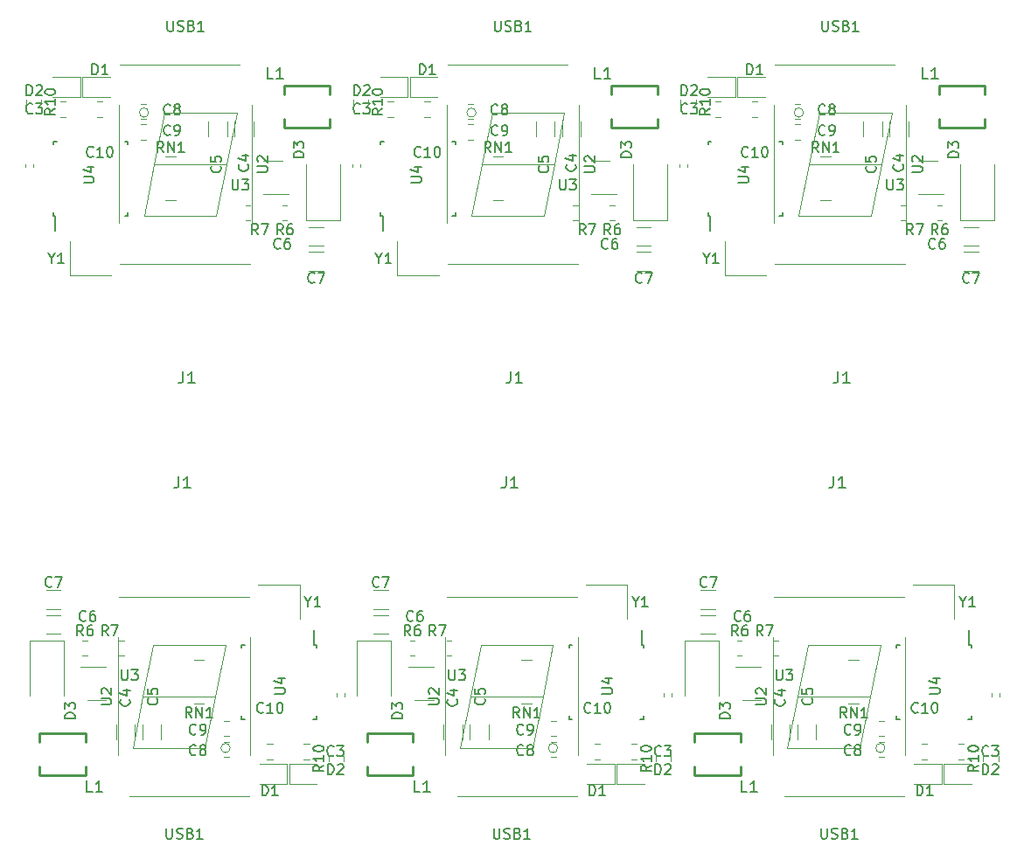
<source format=gbr>
%TF.GenerationSoftware,KiCad,Pcbnew,(5.1.9)-1*%
%TF.CreationDate,2022-04-09T22:54:09+08:00*%
%TF.ProjectId,DB15_Switch_panelize,44423135-5f53-4776-9974-63685f70616e,rev?*%
%TF.SameCoordinates,Original*%
%TF.FileFunction,Legend,Top*%
%TF.FilePolarity,Positive*%
%FSLAX46Y46*%
G04 Gerber Fmt 4.6, Leading zero omitted, Abs format (unit mm)*
G04 Created by KiCad (PCBNEW (5.1.9)-1) date 2022-04-09 22:54:09*
%MOMM*%
%LPD*%
G01*
G04 APERTURE LIST*
%ADD10C,0.150000*%
%ADD11C,0.120000*%
%ADD12C,0.254000*%
%ADD13C,0.152000*%
G04 APERTURE END LIST*
D10*
%TO.C,U4*%
X163068000Y-106259000D02*
X163068000Y-104834000D01*
X163293000Y-113509000D02*
X163293000Y-113184000D01*
X156043000Y-113509000D02*
X156043000Y-113184000D01*
X156043000Y-106259000D02*
X156043000Y-106584000D01*
X163293000Y-106259000D02*
X163293000Y-106584000D01*
X156043000Y-106259000D02*
X156368000Y-106259000D01*
X156043000Y-113509000D02*
X156368000Y-113509000D01*
X163293000Y-113509000D02*
X162968000Y-113509000D01*
X163293000Y-106259000D02*
X163068000Y-106259000D01*
D11*
%TO.C,R5*%
X196957000Y-110998359D02*
X196957000Y-111305641D01*
X197717000Y-110998359D02*
X197717000Y-111305641D01*
%TO.C,C3*%
X194296252Y-115880000D02*
X193773748Y-115880000D01*
X194296252Y-117350000D02*
X193773748Y-117350000D01*
X162596252Y-115880000D02*
X162073748Y-115880000D01*
X162596252Y-117350000D02*
X162073748Y-117350000D01*
%TO.C,Y1*%
X161668000Y-100487000D02*
X157668000Y-100487000D01*
X161668000Y-103787000D02*
X161668000Y-100487000D01*
%TO.C,R5*%
X165257000Y-110998359D02*
X165257000Y-111305641D01*
X166017000Y-110998359D02*
X166017000Y-111305641D01*
%TO.C,C8*%
X186026748Y-117135000D02*
X186549252Y-117135000D01*
X186026748Y-115665000D02*
X186549252Y-115665000D01*
%TO.C,C9*%
X186026748Y-115135000D02*
X186549252Y-115135000D01*
X186026748Y-113665000D02*
X186549252Y-113665000D01*
%TO.C,Y1*%
X193368000Y-100487000D02*
X189368000Y-100487000D01*
X193368000Y-103787000D02*
X193368000Y-100487000D01*
%TO.C,C7*%
X170235252Y-102793000D02*
X168812748Y-102793000D01*
X170235252Y-100973000D02*
X168812748Y-100973000D01*
D10*
%TO.C,U4*%
X194768000Y-106259000D02*
X194768000Y-104834000D01*
X194993000Y-113509000D02*
X194993000Y-113184000D01*
X187743000Y-113509000D02*
X187743000Y-113184000D01*
X187743000Y-106259000D02*
X187743000Y-106584000D01*
X194993000Y-106259000D02*
X194993000Y-106584000D01*
X187743000Y-106259000D02*
X188068000Y-106259000D01*
X187743000Y-113509000D02*
X188068000Y-113509000D01*
X194993000Y-113509000D02*
X194668000Y-113509000D01*
X194993000Y-106259000D02*
X194768000Y-106259000D01*
D11*
%TO.C,C8*%
X154326748Y-117135000D02*
X154849252Y-117135000D01*
X154326748Y-115665000D02*
X154849252Y-115665000D01*
%TO.C,C6*%
X170235252Y-105206000D02*
X168812748Y-105206000D01*
X170235252Y-103386000D02*
X168812748Y-103386000D01*
%TO.C,C9*%
X154326748Y-115135000D02*
X154849252Y-115135000D01*
X154326748Y-113665000D02*
X154849252Y-113665000D01*
%TO.C,U2*%
X175790000Y-116996000D02*
X175790000Y-105566000D01*
X188610000Y-116996000D02*
X188610000Y-105566000D01*
X176900000Y-120916000D02*
X188500000Y-120916000D01*
X188500000Y-101646000D02*
X175900000Y-101646000D01*
X179200000Y-106281000D02*
X178200000Y-111281000D01*
X178200000Y-111281000D02*
X177200000Y-116281000D01*
X177200000Y-116281000D02*
X184200000Y-116281000D01*
X184200000Y-116281000D02*
X185200000Y-111281000D01*
X186200000Y-106281000D02*
X185200000Y-111281000D01*
X185200000Y-111281000D02*
X178200000Y-111281000D01*
X179200000Y-106281000D02*
X186200000Y-106281000D01*
X186647214Y-116281000D02*
G75*
G03*
X186647214Y-116281000I-447214J0D01*
G01*
%TO.C,RN1*%
X151421000Y-112004000D02*
X152421000Y-112004000D01*
X151421000Y-107764000D02*
X152421000Y-107764000D01*
%TO.C,U2*%
X144090000Y-116996000D02*
X144090000Y-105566000D01*
X156910000Y-116996000D02*
X156910000Y-105566000D01*
X145200000Y-120916000D02*
X156800000Y-120916000D01*
X156800000Y-101646000D02*
X144200000Y-101646000D01*
X147500000Y-106281000D02*
X146500000Y-111281000D01*
X146500000Y-111281000D02*
X145500000Y-116281000D01*
X145500000Y-116281000D02*
X152500000Y-116281000D01*
X152500000Y-116281000D02*
X153500000Y-111281000D01*
X154500000Y-106281000D02*
X153500000Y-111281000D01*
X153500000Y-111281000D02*
X146500000Y-111281000D01*
X147500000Y-106281000D02*
X154500000Y-106281000D01*
X154947214Y-116281000D02*
G75*
G03*
X154947214Y-116281000I-447214J0D01*
G01*
%TO.C,C6*%
X138535252Y-105206000D02*
X137112748Y-105206000D01*
X138535252Y-103386000D02*
X137112748Y-103386000D01*
%TO.C,RN1*%
X183121000Y-112004000D02*
X184121000Y-112004000D01*
X183121000Y-107764000D02*
X184121000Y-107764000D01*
%TO.C,C4*%
X175599000Y-113998748D02*
X175599000Y-115421252D01*
X177419000Y-113998748D02*
X177419000Y-115421252D01*
%TO.C,R10*%
X165935000Y-117527064D02*
X165935000Y-117072936D01*
X164465000Y-117527064D02*
X164465000Y-117072936D01*
%TO.C,C5*%
X146439000Y-113998748D02*
X146439000Y-115421252D01*
X148259000Y-113998748D02*
X148259000Y-115421252D01*
X178139000Y-113998748D02*
X178139000Y-115421252D01*
X179959000Y-113998748D02*
X179959000Y-115421252D01*
%TO.C,R10*%
X197635000Y-117527064D02*
X197635000Y-117072936D01*
X196165000Y-117527064D02*
X196165000Y-117072936D01*
%TO.C,C7*%
X138535252Y-102793000D02*
X137112748Y-102793000D01*
X138535252Y-100973000D02*
X137112748Y-100973000D01*
%TO.C,C4*%
X143899000Y-113998748D02*
X143899000Y-115421252D01*
X145719000Y-113998748D02*
X145719000Y-115421252D01*
%TO.C,D3*%
X170539000Y-105849000D02*
X170539000Y-111249000D01*
X167239000Y-105849000D02*
X167239000Y-111249000D01*
X170539000Y-105849000D02*
X167239000Y-105849000D01*
%TO.C,C10*%
X190217748Y-117350000D02*
X190740252Y-117350000D01*
X190217748Y-115880000D02*
X190740252Y-115880000D01*
%TO.C,D3*%
X138839000Y-105849000D02*
X138839000Y-111249000D01*
X135539000Y-105849000D02*
X135539000Y-111249000D01*
X138839000Y-105849000D02*
X135539000Y-105849000D01*
%TO.C,C10*%
X158517748Y-117350000D02*
X159040252Y-117350000D01*
X158517748Y-115880000D02*
X159040252Y-115880000D01*
%TO.C,C9*%
X122626748Y-113665000D02*
X123149252Y-113665000D01*
X122626748Y-115135000D02*
X123149252Y-115135000D01*
%TO.C,C3*%
X130896252Y-117350000D02*
X130373748Y-117350000D01*
X130896252Y-115880000D02*
X130373748Y-115880000D01*
%TO.C,C8*%
X122626748Y-115665000D02*
X123149252Y-115665000D01*
X122626748Y-117135000D02*
X123149252Y-117135000D01*
D10*
%TO.C,U4*%
X131593000Y-106259000D02*
X131368000Y-106259000D01*
X131593000Y-113509000D02*
X131268000Y-113509000D01*
X124343000Y-113509000D02*
X124668000Y-113509000D01*
X124343000Y-106259000D02*
X124668000Y-106259000D01*
X131593000Y-106259000D02*
X131593000Y-106584000D01*
X124343000Y-106259000D02*
X124343000Y-106584000D01*
X124343000Y-113509000D02*
X124343000Y-113184000D01*
X131593000Y-113509000D02*
X131593000Y-113184000D01*
X131368000Y-106259000D02*
X131368000Y-104834000D01*
D11*
%TO.C,R5*%
X134317000Y-110998359D02*
X134317000Y-111305641D01*
X133557000Y-110998359D02*
X133557000Y-111305641D01*
%TO.C,Y1*%
X129968000Y-103787000D02*
X129968000Y-100487000D01*
X129968000Y-100487000D02*
X125968000Y-100487000D01*
%TO.C,RN1*%
X119721000Y-107764000D02*
X120721000Y-107764000D01*
X119721000Y-112004000D02*
X120721000Y-112004000D01*
%TO.C,C6*%
X106835252Y-103386000D02*
X105412748Y-103386000D01*
X106835252Y-105206000D02*
X105412748Y-105206000D01*
%TO.C,U2*%
X123247214Y-116281000D02*
G75*
G03*
X123247214Y-116281000I-447214J0D01*
G01*
X115800000Y-106281000D02*
X122800000Y-106281000D01*
X121800000Y-111281000D02*
X114800000Y-111281000D01*
X122800000Y-106281000D02*
X121800000Y-111281000D01*
X120800000Y-116281000D02*
X121800000Y-111281000D01*
X113800000Y-116281000D02*
X120800000Y-116281000D01*
X114800000Y-111281000D02*
X113800000Y-116281000D01*
X115800000Y-106281000D02*
X114800000Y-111281000D01*
X125100000Y-101646000D02*
X112500000Y-101646000D01*
X113500000Y-120916000D02*
X125100000Y-120916000D01*
X125210000Y-116996000D02*
X125210000Y-105566000D01*
X112390000Y-116996000D02*
X112390000Y-105566000D01*
%TO.C,C7*%
X106835252Y-100973000D02*
X105412748Y-100973000D01*
X106835252Y-102793000D02*
X105412748Y-102793000D01*
%TO.C,C4*%
X114019000Y-113998748D02*
X114019000Y-115421252D01*
X112199000Y-113998748D02*
X112199000Y-115421252D01*
%TO.C,C5*%
X116559000Y-113998748D02*
X116559000Y-115421252D01*
X114739000Y-113998748D02*
X114739000Y-115421252D01*
%TO.C,R10*%
X132765000Y-117527064D02*
X132765000Y-117072936D01*
X134235000Y-117527064D02*
X134235000Y-117072936D01*
%TO.C,D3*%
X107139000Y-105849000D02*
X103839000Y-105849000D01*
X103839000Y-105849000D02*
X103839000Y-111249000D01*
X107139000Y-105849000D02*
X107139000Y-111249000D01*
%TO.C,C10*%
X126817748Y-115880000D02*
X127340252Y-115880000D01*
X126817748Y-117350000D02*
X127340252Y-117350000D01*
%TO.C,D1*%
X126079000Y-119734000D02*
X128764000Y-119734000D01*
X128764000Y-119734000D02*
X128764000Y-117814000D01*
X128764000Y-117814000D02*
X126079000Y-117814000D01*
%TO.C,D2*%
X131635000Y-117814000D02*
X128950000Y-117814000D01*
X128950000Y-117814000D02*
X128950000Y-119734000D01*
X128950000Y-119734000D02*
X131635000Y-119734000D01*
%TO.C,R7*%
X112500936Y-105847000D02*
X112955064Y-105847000D01*
X112500936Y-107317000D02*
X112955064Y-107317000D01*
D12*
%TO.C,L1*%
X109238000Y-118075000D02*
X109238000Y-118919000D01*
X109238000Y-114819000D02*
X109238000Y-115663000D01*
X104788000Y-115663000D02*
X104788000Y-114819000D01*
X104788000Y-118919000D02*
X104788000Y-118075000D01*
X109238000Y-118919000D02*
X104788000Y-118919000D01*
X104788000Y-114819000D02*
X109238000Y-114819000D01*
D11*
%TO.C,U3*%
X111215000Y-108401000D02*
X108765000Y-108401000D01*
X109415000Y-111621000D02*
X111215000Y-111621000D01*
%TO.C,R6*%
X108944936Y-105847000D02*
X109399064Y-105847000D01*
X108944936Y-107317000D02*
X109399064Y-107317000D01*
X172344936Y-107317000D02*
X172799064Y-107317000D01*
X172344936Y-105847000D02*
X172799064Y-105847000D01*
%TO.C,D1*%
X192164000Y-117814000D02*
X189479000Y-117814000D01*
X192164000Y-119734000D02*
X192164000Y-117814000D01*
X189479000Y-119734000D02*
X192164000Y-119734000D01*
%TO.C,U3*%
X172815000Y-111621000D02*
X174615000Y-111621000D01*
X174615000Y-108401000D02*
X172165000Y-108401000D01*
%TO.C,D2*%
X160650000Y-119734000D02*
X163335000Y-119734000D01*
X160650000Y-117814000D02*
X160650000Y-119734000D01*
X163335000Y-117814000D02*
X160650000Y-117814000D01*
D12*
%TO.C,L1*%
X168188000Y-114819000D02*
X172638000Y-114819000D01*
X172638000Y-118919000D02*
X168188000Y-118919000D01*
X168188000Y-118919000D02*
X168188000Y-118075000D01*
X168188000Y-115663000D02*
X168188000Y-114819000D01*
X172638000Y-114819000D02*
X172638000Y-115663000D01*
X172638000Y-118075000D02*
X172638000Y-118919000D01*
D11*
%TO.C,U3*%
X141115000Y-111621000D02*
X142915000Y-111621000D01*
X142915000Y-108401000D02*
X140465000Y-108401000D01*
%TO.C,D2*%
X192350000Y-119734000D02*
X195035000Y-119734000D01*
X192350000Y-117814000D02*
X192350000Y-119734000D01*
X195035000Y-117814000D02*
X192350000Y-117814000D01*
%TO.C,R7*%
X144200936Y-107317000D02*
X144655064Y-107317000D01*
X144200936Y-105847000D02*
X144655064Y-105847000D01*
D12*
%TO.C,L1*%
X136488000Y-114819000D02*
X140938000Y-114819000D01*
X140938000Y-118919000D02*
X136488000Y-118919000D01*
X136488000Y-118919000D02*
X136488000Y-118075000D01*
X136488000Y-115663000D02*
X136488000Y-114819000D01*
X140938000Y-114819000D02*
X140938000Y-115663000D01*
X140938000Y-118075000D02*
X140938000Y-118919000D01*
D11*
%TO.C,R7*%
X175900936Y-107317000D02*
X176355064Y-107317000D01*
X175900936Y-105847000D02*
X176355064Y-105847000D01*
%TO.C,R6*%
X140644936Y-107317000D02*
X141099064Y-107317000D01*
X140644936Y-105847000D02*
X141099064Y-105847000D01*
%TO.C,D1*%
X160464000Y-117814000D02*
X157779000Y-117814000D01*
X160464000Y-119734000D02*
X160464000Y-117814000D01*
X157779000Y-119734000D02*
X160464000Y-119734000D01*
%TO.C,C9*%
X115073252Y-57335000D02*
X114550748Y-57335000D01*
X115073252Y-55865000D02*
X114550748Y-55865000D01*
X146773252Y-57335000D02*
X146250748Y-57335000D01*
X146773252Y-55865000D02*
X146250748Y-55865000D01*
%TO.C,C3*%
X106803748Y-53650000D02*
X107326252Y-53650000D01*
X106803748Y-55120000D02*
X107326252Y-55120000D01*
X138503748Y-53650000D02*
X139026252Y-53650000D01*
X138503748Y-55120000D02*
X139026252Y-55120000D01*
%TO.C,C8*%
X115073252Y-55335000D02*
X114550748Y-55335000D01*
X115073252Y-53865000D02*
X114550748Y-53865000D01*
X146773252Y-55335000D02*
X146250748Y-55335000D01*
X146773252Y-53865000D02*
X146250748Y-53865000D01*
D10*
%TO.C,U4*%
X106107000Y-64741000D02*
X106332000Y-64741000D01*
X106107000Y-57491000D02*
X106432000Y-57491000D01*
X113357000Y-57491000D02*
X113032000Y-57491000D01*
X113357000Y-64741000D02*
X113032000Y-64741000D01*
X106107000Y-64741000D02*
X106107000Y-64416000D01*
X113357000Y-64741000D02*
X113357000Y-64416000D01*
X113357000Y-57491000D02*
X113357000Y-57816000D01*
X106107000Y-57491000D02*
X106107000Y-57816000D01*
X106332000Y-64741000D02*
X106332000Y-66166000D01*
X137807000Y-64741000D02*
X138032000Y-64741000D01*
X137807000Y-57491000D02*
X138132000Y-57491000D01*
X145057000Y-57491000D02*
X144732000Y-57491000D01*
X145057000Y-64741000D02*
X144732000Y-64741000D01*
X137807000Y-64741000D02*
X137807000Y-64416000D01*
X145057000Y-64741000D02*
X145057000Y-64416000D01*
X145057000Y-57491000D02*
X145057000Y-57816000D01*
X137807000Y-57491000D02*
X137807000Y-57816000D01*
X138032000Y-64741000D02*
X138032000Y-66166000D01*
D11*
%TO.C,R5*%
X103383000Y-60001641D02*
X103383000Y-59694359D01*
X104143000Y-60001641D02*
X104143000Y-59694359D01*
X135083000Y-60001641D02*
X135083000Y-59694359D01*
X135843000Y-60001641D02*
X135843000Y-59694359D01*
%TO.C,Y1*%
X107732000Y-67213000D02*
X107732000Y-70513000D01*
X107732000Y-70513000D02*
X111732000Y-70513000D01*
X139432000Y-67213000D02*
X139432000Y-70513000D01*
X139432000Y-70513000D02*
X143432000Y-70513000D01*
%TO.C,RN1*%
X117979000Y-63236000D02*
X116979000Y-63236000D01*
X117979000Y-58996000D02*
X116979000Y-58996000D01*
X149679000Y-63236000D02*
X148679000Y-63236000D01*
X149679000Y-58996000D02*
X148679000Y-58996000D01*
%TO.C,C6*%
X130864748Y-67614000D02*
X132287252Y-67614000D01*
X130864748Y-65794000D02*
X132287252Y-65794000D01*
X162564748Y-67614000D02*
X163987252Y-67614000D01*
X162564748Y-65794000D02*
X163987252Y-65794000D01*
%TO.C,U2*%
X115347214Y-54719000D02*
G75*
G03*
X115347214Y-54719000I-447214J0D01*
G01*
X121900000Y-64719000D02*
X114900000Y-64719000D01*
X115900000Y-59719000D02*
X122900000Y-59719000D01*
X114900000Y-64719000D02*
X115900000Y-59719000D01*
X116900000Y-54719000D02*
X115900000Y-59719000D01*
X123900000Y-54719000D02*
X116900000Y-54719000D01*
X122900000Y-59719000D02*
X123900000Y-54719000D01*
X121900000Y-64719000D02*
X122900000Y-59719000D01*
X112600000Y-69354000D02*
X125200000Y-69354000D01*
X124200000Y-50084000D02*
X112600000Y-50084000D01*
X112490000Y-54004000D02*
X112490000Y-65434000D01*
X125310000Y-54004000D02*
X125310000Y-65434000D01*
X147047214Y-54719000D02*
G75*
G03*
X147047214Y-54719000I-447214J0D01*
G01*
X153600000Y-64719000D02*
X146600000Y-64719000D01*
X147600000Y-59719000D02*
X154600000Y-59719000D01*
X146600000Y-64719000D02*
X147600000Y-59719000D01*
X148600000Y-54719000D02*
X147600000Y-59719000D01*
X155600000Y-54719000D02*
X148600000Y-54719000D01*
X154600000Y-59719000D02*
X155600000Y-54719000D01*
X153600000Y-64719000D02*
X154600000Y-59719000D01*
X144300000Y-69354000D02*
X156900000Y-69354000D01*
X155900000Y-50084000D02*
X144300000Y-50084000D01*
X144190000Y-54004000D02*
X144190000Y-65434000D01*
X157010000Y-54004000D02*
X157010000Y-65434000D01*
%TO.C,C7*%
X130864748Y-70027000D02*
X132287252Y-70027000D01*
X130864748Y-68207000D02*
X132287252Y-68207000D01*
X162564748Y-70027000D02*
X163987252Y-70027000D01*
X162564748Y-68207000D02*
X163987252Y-68207000D01*
%TO.C,C4*%
X123681000Y-57001252D02*
X123681000Y-55578748D01*
X125501000Y-57001252D02*
X125501000Y-55578748D01*
X155381000Y-57001252D02*
X155381000Y-55578748D01*
X157201000Y-57001252D02*
X157201000Y-55578748D01*
%TO.C,C5*%
X121141000Y-57001252D02*
X121141000Y-55578748D01*
X122961000Y-57001252D02*
X122961000Y-55578748D01*
X152841000Y-57001252D02*
X152841000Y-55578748D01*
X154661000Y-57001252D02*
X154661000Y-55578748D01*
%TO.C,R10*%
X104935000Y-53472936D02*
X104935000Y-53927064D01*
X103465000Y-53472936D02*
X103465000Y-53927064D01*
X136635000Y-53472936D02*
X136635000Y-53927064D01*
X135165000Y-53472936D02*
X135165000Y-53927064D01*
%TO.C,D3*%
X130561000Y-65151000D02*
X133861000Y-65151000D01*
X133861000Y-65151000D02*
X133861000Y-59751000D01*
X130561000Y-65151000D02*
X130561000Y-59751000D01*
X162261000Y-65151000D02*
X165561000Y-65151000D01*
X165561000Y-65151000D02*
X165561000Y-59751000D01*
X162261000Y-65151000D02*
X162261000Y-59751000D01*
%TO.C,C10*%
X110882252Y-55120000D02*
X110359748Y-55120000D01*
X110882252Y-53650000D02*
X110359748Y-53650000D01*
X142582252Y-55120000D02*
X142059748Y-55120000D01*
X142582252Y-53650000D02*
X142059748Y-53650000D01*
%TO.C,D1*%
X111621000Y-51266000D02*
X108936000Y-51266000D01*
X108936000Y-51266000D02*
X108936000Y-53186000D01*
X108936000Y-53186000D02*
X111621000Y-53186000D01*
X143321000Y-51266000D02*
X140636000Y-51266000D01*
X140636000Y-51266000D02*
X140636000Y-53186000D01*
X140636000Y-53186000D02*
X143321000Y-53186000D01*
%TO.C,D2*%
X106065000Y-53186000D02*
X108750000Y-53186000D01*
X108750000Y-53186000D02*
X108750000Y-51266000D01*
X108750000Y-51266000D02*
X106065000Y-51266000D01*
X137765000Y-53186000D02*
X140450000Y-53186000D01*
X140450000Y-53186000D02*
X140450000Y-51266000D01*
X140450000Y-51266000D02*
X137765000Y-51266000D01*
%TO.C,R7*%
X125199064Y-65153000D02*
X124744936Y-65153000D01*
X125199064Y-63683000D02*
X124744936Y-63683000D01*
X156899064Y-65153000D02*
X156444936Y-65153000D01*
X156899064Y-63683000D02*
X156444936Y-63683000D01*
D12*
%TO.C,L1*%
X128462000Y-52925000D02*
X128462000Y-52081000D01*
X128462000Y-56181000D02*
X128462000Y-55337000D01*
X132912000Y-55337000D02*
X132912000Y-56181000D01*
X132912000Y-52081000D02*
X132912000Y-52925000D01*
X128462000Y-52081000D02*
X132912000Y-52081000D01*
X132912000Y-56181000D02*
X128462000Y-56181000D01*
X160162000Y-52925000D02*
X160162000Y-52081000D01*
X160162000Y-56181000D02*
X160162000Y-55337000D01*
X164612000Y-55337000D02*
X164612000Y-56181000D01*
X164612000Y-52081000D02*
X164612000Y-52925000D01*
X160162000Y-52081000D02*
X164612000Y-52081000D01*
X164612000Y-56181000D02*
X160162000Y-56181000D01*
D11*
%TO.C,U3*%
X126485000Y-62599000D02*
X128935000Y-62599000D01*
X128285000Y-59379000D02*
X126485000Y-59379000D01*
X158185000Y-62599000D02*
X160635000Y-62599000D01*
X159985000Y-59379000D02*
X158185000Y-59379000D01*
%TO.C,R6*%
X128755064Y-65153000D02*
X128300936Y-65153000D01*
X128755064Y-63683000D02*
X128300936Y-63683000D01*
X160455064Y-65153000D02*
X160000936Y-65153000D01*
X160455064Y-63683000D02*
X160000936Y-63683000D01*
%TO.C,U2*%
X188710000Y-54004000D02*
X188710000Y-65434000D01*
X175890000Y-54004000D02*
X175890000Y-65434000D01*
X187600000Y-50084000D02*
X176000000Y-50084000D01*
X176000000Y-69354000D02*
X188600000Y-69354000D01*
X185300000Y-64719000D02*
X186300000Y-59719000D01*
X186300000Y-59719000D02*
X187300000Y-54719000D01*
X187300000Y-54719000D02*
X180300000Y-54719000D01*
X180300000Y-54719000D02*
X179300000Y-59719000D01*
X178300000Y-64719000D02*
X179300000Y-59719000D01*
X179300000Y-59719000D02*
X186300000Y-59719000D01*
X185300000Y-64719000D02*
X178300000Y-64719000D01*
X178747214Y-54719000D02*
G75*
G03*
X178747214Y-54719000I-447214J0D01*
G01*
%TO.C,R10*%
X166865000Y-53472936D02*
X166865000Y-53927064D01*
X168335000Y-53472936D02*
X168335000Y-53927064D01*
%TO.C,C7*%
X194264748Y-68207000D02*
X195687252Y-68207000D01*
X194264748Y-70027000D02*
X195687252Y-70027000D01*
%TO.C,C6*%
X194264748Y-65794000D02*
X195687252Y-65794000D01*
X194264748Y-67614000D02*
X195687252Y-67614000D01*
%TO.C,C5*%
X186361000Y-57001252D02*
X186361000Y-55578748D01*
X184541000Y-57001252D02*
X184541000Y-55578748D01*
%TO.C,C4*%
X188901000Y-57001252D02*
X188901000Y-55578748D01*
X187081000Y-57001252D02*
X187081000Y-55578748D01*
%TO.C,R5*%
X167543000Y-60001641D02*
X167543000Y-59694359D01*
X166783000Y-60001641D02*
X166783000Y-59694359D01*
%TO.C,RN1*%
X181379000Y-58996000D02*
X180379000Y-58996000D01*
X181379000Y-63236000D02*
X180379000Y-63236000D01*
%TO.C,Y1*%
X171132000Y-70513000D02*
X175132000Y-70513000D01*
X171132000Y-67213000D02*
X171132000Y-70513000D01*
D10*
%TO.C,U4*%
X169732000Y-64741000D02*
X169732000Y-66166000D01*
X169507000Y-57491000D02*
X169507000Y-57816000D01*
X176757000Y-57491000D02*
X176757000Y-57816000D01*
X176757000Y-64741000D02*
X176757000Y-64416000D01*
X169507000Y-64741000D02*
X169507000Y-64416000D01*
X176757000Y-64741000D02*
X176432000Y-64741000D01*
X176757000Y-57491000D02*
X176432000Y-57491000D01*
X169507000Y-57491000D02*
X169832000Y-57491000D01*
X169507000Y-64741000D02*
X169732000Y-64741000D01*
D11*
%TO.C,U3*%
X191685000Y-59379000D02*
X189885000Y-59379000D01*
X189885000Y-62599000D02*
X192335000Y-62599000D01*
%TO.C,R7*%
X188599064Y-63683000D02*
X188144936Y-63683000D01*
X188599064Y-65153000D02*
X188144936Y-65153000D01*
%TO.C,R6*%
X192155064Y-63683000D02*
X191700936Y-63683000D01*
X192155064Y-65153000D02*
X191700936Y-65153000D01*
D12*
%TO.C,L1*%
X196312000Y-56181000D02*
X191862000Y-56181000D01*
X191862000Y-52081000D02*
X196312000Y-52081000D01*
X196312000Y-52081000D02*
X196312000Y-52925000D01*
X196312000Y-55337000D02*
X196312000Y-56181000D01*
X191862000Y-56181000D02*
X191862000Y-55337000D01*
X191862000Y-52925000D02*
X191862000Y-52081000D01*
D11*
%TO.C,D3*%
X193961000Y-65151000D02*
X193961000Y-59751000D01*
X197261000Y-65151000D02*
X197261000Y-59751000D01*
X193961000Y-65151000D02*
X197261000Y-65151000D01*
%TO.C,D2*%
X172150000Y-51266000D02*
X169465000Y-51266000D01*
X172150000Y-53186000D02*
X172150000Y-51266000D01*
X169465000Y-53186000D02*
X172150000Y-53186000D01*
%TO.C,D1*%
X172336000Y-53186000D02*
X175021000Y-53186000D01*
X172336000Y-51266000D02*
X172336000Y-53186000D01*
X175021000Y-51266000D02*
X172336000Y-51266000D01*
%TO.C,C10*%
X174282252Y-53650000D02*
X173759748Y-53650000D01*
X174282252Y-55120000D02*
X173759748Y-55120000D01*
%TO.C,C9*%
X178473252Y-55865000D02*
X177950748Y-55865000D01*
X178473252Y-57335000D02*
X177950748Y-57335000D01*
%TO.C,C8*%
X178473252Y-53865000D02*
X177950748Y-53865000D01*
X178473252Y-55335000D02*
X177950748Y-55335000D01*
%TO.C,C3*%
X170203748Y-55120000D02*
X170726252Y-55120000D01*
X170203748Y-53650000D02*
X170726252Y-53650000D01*
%TO.C,U4*%
D10*
X159247380Y-111026904D02*
X160056904Y-111026904D01*
X160152142Y-110979285D01*
X160199761Y-110931666D01*
X160247380Y-110836428D01*
X160247380Y-110645952D01*
X160199761Y-110550714D01*
X160152142Y-110503095D01*
X160056904Y-110455476D01*
X159247380Y-110455476D01*
X159580714Y-109550714D02*
X160247380Y-109550714D01*
X159199761Y-109788809D02*
X159914047Y-110026904D01*
X159914047Y-109407857D01*
%TO.C,C3*%
X196662333Y-116972142D02*
X196614714Y-117019761D01*
X196471857Y-117067380D01*
X196376619Y-117067380D01*
X196233761Y-117019761D01*
X196138523Y-116924523D01*
X196090904Y-116829285D01*
X196043285Y-116638809D01*
X196043285Y-116495952D01*
X196090904Y-116305476D01*
X196138523Y-116210238D01*
X196233761Y-116115000D01*
X196376619Y-116067380D01*
X196471857Y-116067380D01*
X196614714Y-116115000D01*
X196662333Y-116162619D01*
X196995666Y-116067380D02*
X197614714Y-116067380D01*
X197281380Y-116448333D01*
X197424238Y-116448333D01*
X197519476Y-116495952D01*
X197567095Y-116543571D01*
X197614714Y-116638809D01*
X197614714Y-116876904D01*
X197567095Y-116972142D01*
X197519476Y-117019761D01*
X197424238Y-117067380D01*
X197138523Y-117067380D01*
X197043285Y-117019761D01*
X196995666Y-116972142D01*
X164962333Y-116972142D02*
X164914714Y-117019761D01*
X164771857Y-117067380D01*
X164676619Y-117067380D01*
X164533761Y-117019761D01*
X164438523Y-116924523D01*
X164390904Y-116829285D01*
X164343285Y-116638809D01*
X164343285Y-116495952D01*
X164390904Y-116305476D01*
X164438523Y-116210238D01*
X164533761Y-116115000D01*
X164676619Y-116067380D01*
X164771857Y-116067380D01*
X164914714Y-116115000D01*
X164962333Y-116162619D01*
X165295666Y-116067380D02*
X165914714Y-116067380D01*
X165581380Y-116448333D01*
X165724238Y-116448333D01*
X165819476Y-116495952D01*
X165867095Y-116543571D01*
X165914714Y-116638809D01*
X165914714Y-116876904D01*
X165867095Y-116972142D01*
X165819476Y-117019761D01*
X165724238Y-117067380D01*
X165438523Y-117067380D01*
X165343285Y-117019761D01*
X165295666Y-116972142D01*
%TO.C,Y1*%
X162493809Y-102113190D02*
X162493809Y-102589380D01*
X162160476Y-101589380D02*
X162493809Y-102113190D01*
X162827142Y-101589380D01*
X163684285Y-102589380D02*
X163112857Y-102589380D01*
X163398571Y-102589380D02*
X163398571Y-101589380D01*
X163303333Y-101732238D01*
X163208095Y-101827476D01*
X163112857Y-101875095D01*
%TO.C,C8*%
X183327333Y-116884142D02*
X183279714Y-116931761D01*
X183136857Y-116979380D01*
X183041619Y-116979380D01*
X182898761Y-116931761D01*
X182803523Y-116836523D01*
X182755904Y-116741285D01*
X182708285Y-116550809D01*
X182708285Y-116407952D01*
X182755904Y-116217476D01*
X182803523Y-116122238D01*
X182898761Y-116027000D01*
X183041619Y-115979380D01*
X183136857Y-115979380D01*
X183279714Y-116027000D01*
X183327333Y-116074619D01*
X183898761Y-116407952D02*
X183803523Y-116360333D01*
X183755904Y-116312714D01*
X183708285Y-116217476D01*
X183708285Y-116169857D01*
X183755904Y-116074619D01*
X183803523Y-116027000D01*
X183898761Y-115979380D01*
X184089238Y-115979380D01*
X184184476Y-116027000D01*
X184232095Y-116074619D01*
X184279714Y-116169857D01*
X184279714Y-116217476D01*
X184232095Y-116312714D01*
X184184476Y-116360333D01*
X184089238Y-116407952D01*
X183898761Y-116407952D01*
X183803523Y-116455571D01*
X183755904Y-116503190D01*
X183708285Y-116598428D01*
X183708285Y-116788904D01*
X183755904Y-116884142D01*
X183803523Y-116931761D01*
X183898761Y-116979380D01*
X184089238Y-116979380D01*
X184184476Y-116931761D01*
X184232095Y-116884142D01*
X184279714Y-116788904D01*
X184279714Y-116598428D01*
X184232095Y-116503190D01*
X184184476Y-116455571D01*
X184089238Y-116407952D01*
%TO.C,USB1*%
X180461904Y-124068380D02*
X180461904Y-124877904D01*
X180509523Y-124973142D01*
X180557142Y-125020761D01*
X180652380Y-125068380D01*
X180842857Y-125068380D01*
X180938095Y-125020761D01*
X180985714Y-124973142D01*
X181033333Y-124877904D01*
X181033333Y-124068380D01*
X181461904Y-125020761D02*
X181604761Y-125068380D01*
X181842857Y-125068380D01*
X181938095Y-125020761D01*
X181985714Y-124973142D01*
X182033333Y-124877904D01*
X182033333Y-124782666D01*
X181985714Y-124687428D01*
X181938095Y-124639809D01*
X181842857Y-124592190D01*
X181652380Y-124544571D01*
X181557142Y-124496952D01*
X181509523Y-124449333D01*
X181461904Y-124354095D01*
X181461904Y-124258857D01*
X181509523Y-124163619D01*
X181557142Y-124116000D01*
X181652380Y-124068380D01*
X181890476Y-124068380D01*
X182033333Y-124116000D01*
X182795238Y-124544571D02*
X182938095Y-124592190D01*
X182985714Y-124639809D01*
X183033333Y-124735047D01*
X183033333Y-124877904D01*
X182985714Y-124973142D01*
X182938095Y-125020761D01*
X182842857Y-125068380D01*
X182461904Y-125068380D01*
X182461904Y-124068380D01*
X182795238Y-124068380D01*
X182890476Y-124116000D01*
X182938095Y-124163619D01*
X182985714Y-124258857D01*
X182985714Y-124354095D01*
X182938095Y-124449333D01*
X182890476Y-124496952D01*
X182795238Y-124544571D01*
X182461904Y-124544571D01*
X183985714Y-125068380D02*
X183414285Y-125068380D01*
X183700000Y-125068380D02*
X183700000Y-124068380D01*
X183604761Y-124211238D01*
X183509523Y-124306476D01*
X183414285Y-124354095D01*
%TO.C,C9*%
X183327333Y-114884142D02*
X183279714Y-114931761D01*
X183136857Y-114979380D01*
X183041619Y-114979380D01*
X182898761Y-114931761D01*
X182803523Y-114836523D01*
X182755904Y-114741285D01*
X182708285Y-114550809D01*
X182708285Y-114407952D01*
X182755904Y-114217476D01*
X182803523Y-114122238D01*
X182898761Y-114027000D01*
X183041619Y-113979380D01*
X183136857Y-113979380D01*
X183279714Y-114027000D01*
X183327333Y-114074619D01*
X183803523Y-114979380D02*
X183994000Y-114979380D01*
X184089238Y-114931761D01*
X184136857Y-114884142D01*
X184232095Y-114741285D01*
X184279714Y-114550809D01*
X184279714Y-114169857D01*
X184232095Y-114074619D01*
X184184476Y-114027000D01*
X184089238Y-113979380D01*
X183898761Y-113979380D01*
X183803523Y-114027000D01*
X183755904Y-114074619D01*
X183708285Y-114169857D01*
X183708285Y-114407952D01*
X183755904Y-114503190D01*
X183803523Y-114550809D01*
X183898761Y-114598428D01*
X184089238Y-114598428D01*
X184184476Y-114550809D01*
X184232095Y-114503190D01*
X184279714Y-114407952D01*
%TO.C,Y1*%
X194193809Y-102113190D02*
X194193809Y-102589380D01*
X193860476Y-101589380D02*
X194193809Y-102113190D01*
X194527142Y-101589380D01*
X195384285Y-102589380D02*
X194812857Y-102589380D01*
X195098571Y-102589380D02*
X195098571Y-101589380D01*
X195003333Y-101732238D01*
X194908095Y-101827476D01*
X194812857Y-101875095D01*
%TO.C,C7*%
X169357333Y-100589142D02*
X169309714Y-100636761D01*
X169166857Y-100684380D01*
X169071619Y-100684380D01*
X168928761Y-100636761D01*
X168833523Y-100541523D01*
X168785904Y-100446285D01*
X168738285Y-100255809D01*
X168738285Y-100112952D01*
X168785904Y-99922476D01*
X168833523Y-99827238D01*
X168928761Y-99732000D01*
X169071619Y-99684380D01*
X169166857Y-99684380D01*
X169309714Y-99732000D01*
X169357333Y-99779619D01*
X169690666Y-99684380D02*
X170357333Y-99684380D01*
X169928761Y-100684380D01*
%TO.C,U4*%
X190947380Y-111026904D02*
X191756904Y-111026904D01*
X191852142Y-110979285D01*
X191899761Y-110931666D01*
X191947380Y-110836428D01*
X191947380Y-110645952D01*
X191899761Y-110550714D01*
X191852142Y-110503095D01*
X191756904Y-110455476D01*
X190947380Y-110455476D01*
X191280714Y-109550714D02*
X191947380Y-109550714D01*
X190899761Y-109788809D02*
X191614047Y-110026904D01*
X191614047Y-109407857D01*
%TO.C,USB1*%
X148761904Y-124068380D02*
X148761904Y-124877904D01*
X148809523Y-124973142D01*
X148857142Y-125020761D01*
X148952380Y-125068380D01*
X149142857Y-125068380D01*
X149238095Y-125020761D01*
X149285714Y-124973142D01*
X149333333Y-124877904D01*
X149333333Y-124068380D01*
X149761904Y-125020761D02*
X149904761Y-125068380D01*
X150142857Y-125068380D01*
X150238095Y-125020761D01*
X150285714Y-124973142D01*
X150333333Y-124877904D01*
X150333333Y-124782666D01*
X150285714Y-124687428D01*
X150238095Y-124639809D01*
X150142857Y-124592190D01*
X149952380Y-124544571D01*
X149857142Y-124496952D01*
X149809523Y-124449333D01*
X149761904Y-124354095D01*
X149761904Y-124258857D01*
X149809523Y-124163619D01*
X149857142Y-124116000D01*
X149952380Y-124068380D01*
X150190476Y-124068380D01*
X150333333Y-124116000D01*
X151095238Y-124544571D02*
X151238095Y-124592190D01*
X151285714Y-124639809D01*
X151333333Y-124735047D01*
X151333333Y-124877904D01*
X151285714Y-124973142D01*
X151238095Y-125020761D01*
X151142857Y-125068380D01*
X150761904Y-125068380D01*
X150761904Y-124068380D01*
X151095238Y-124068380D01*
X151190476Y-124116000D01*
X151238095Y-124163619D01*
X151285714Y-124258857D01*
X151285714Y-124354095D01*
X151238095Y-124449333D01*
X151190476Y-124496952D01*
X151095238Y-124544571D01*
X150761904Y-124544571D01*
X152285714Y-125068380D02*
X151714285Y-125068380D01*
X152000000Y-125068380D02*
X152000000Y-124068380D01*
X151904761Y-124211238D01*
X151809523Y-124306476D01*
X151714285Y-124354095D01*
%TO.C,C8*%
X151627333Y-116884142D02*
X151579714Y-116931761D01*
X151436857Y-116979380D01*
X151341619Y-116979380D01*
X151198761Y-116931761D01*
X151103523Y-116836523D01*
X151055904Y-116741285D01*
X151008285Y-116550809D01*
X151008285Y-116407952D01*
X151055904Y-116217476D01*
X151103523Y-116122238D01*
X151198761Y-116027000D01*
X151341619Y-115979380D01*
X151436857Y-115979380D01*
X151579714Y-116027000D01*
X151627333Y-116074619D01*
X152198761Y-116407952D02*
X152103523Y-116360333D01*
X152055904Y-116312714D01*
X152008285Y-116217476D01*
X152008285Y-116169857D01*
X152055904Y-116074619D01*
X152103523Y-116027000D01*
X152198761Y-115979380D01*
X152389238Y-115979380D01*
X152484476Y-116027000D01*
X152532095Y-116074619D01*
X152579714Y-116169857D01*
X152579714Y-116217476D01*
X152532095Y-116312714D01*
X152484476Y-116360333D01*
X152389238Y-116407952D01*
X152198761Y-116407952D01*
X152103523Y-116455571D01*
X152055904Y-116503190D01*
X152008285Y-116598428D01*
X152008285Y-116788904D01*
X152055904Y-116884142D01*
X152103523Y-116931761D01*
X152198761Y-116979380D01*
X152389238Y-116979380D01*
X152484476Y-116931761D01*
X152532095Y-116884142D01*
X152579714Y-116788904D01*
X152579714Y-116598428D01*
X152532095Y-116503190D01*
X152484476Y-116455571D01*
X152389238Y-116407952D01*
%TO.C,C6*%
X172659333Y-103891142D02*
X172611714Y-103938761D01*
X172468857Y-103986380D01*
X172373619Y-103986380D01*
X172230761Y-103938761D01*
X172135523Y-103843523D01*
X172087904Y-103748285D01*
X172040285Y-103557809D01*
X172040285Y-103414952D01*
X172087904Y-103224476D01*
X172135523Y-103129238D01*
X172230761Y-103034000D01*
X172373619Y-102986380D01*
X172468857Y-102986380D01*
X172611714Y-103034000D01*
X172659333Y-103081619D01*
X173516476Y-102986380D02*
X173326000Y-102986380D01*
X173230761Y-103034000D01*
X173183142Y-103081619D01*
X173087904Y-103224476D01*
X173040285Y-103414952D01*
X173040285Y-103795904D01*
X173087904Y-103891142D01*
X173135523Y-103938761D01*
X173230761Y-103986380D01*
X173421238Y-103986380D01*
X173516476Y-103938761D01*
X173564095Y-103891142D01*
X173611714Y-103795904D01*
X173611714Y-103557809D01*
X173564095Y-103462571D01*
X173516476Y-103414952D01*
X173421238Y-103367333D01*
X173230761Y-103367333D01*
X173135523Y-103414952D01*
X173087904Y-103462571D01*
X173040285Y-103557809D01*
%TO.C,C9*%
X151627333Y-114884142D02*
X151579714Y-114931761D01*
X151436857Y-114979380D01*
X151341619Y-114979380D01*
X151198761Y-114931761D01*
X151103523Y-114836523D01*
X151055904Y-114741285D01*
X151008285Y-114550809D01*
X151008285Y-114407952D01*
X151055904Y-114217476D01*
X151103523Y-114122238D01*
X151198761Y-114027000D01*
X151341619Y-113979380D01*
X151436857Y-113979380D01*
X151579714Y-114027000D01*
X151627333Y-114074619D01*
X152103523Y-114979380D02*
X152294000Y-114979380D01*
X152389238Y-114931761D01*
X152436857Y-114884142D01*
X152532095Y-114741285D01*
X152579714Y-114550809D01*
X152579714Y-114169857D01*
X152532095Y-114074619D01*
X152484476Y-114027000D01*
X152389238Y-113979380D01*
X152198761Y-113979380D01*
X152103523Y-114027000D01*
X152055904Y-114074619D01*
X152008285Y-114169857D01*
X152008285Y-114407952D01*
X152055904Y-114503190D01*
X152103523Y-114550809D01*
X152198761Y-114598428D01*
X152389238Y-114598428D01*
X152484476Y-114550809D01*
X152532095Y-114503190D01*
X152579714Y-114407952D01*
%TO.C,U2*%
X174152380Y-112042904D02*
X174961904Y-112042904D01*
X175057142Y-111995285D01*
X175104761Y-111947666D01*
X175152380Y-111852428D01*
X175152380Y-111661952D01*
X175104761Y-111566714D01*
X175057142Y-111519095D01*
X174961904Y-111471476D01*
X174152380Y-111471476D01*
X174247619Y-111042904D02*
X174200000Y-110995285D01*
X174152380Y-110900047D01*
X174152380Y-110661952D01*
X174200000Y-110566714D01*
X174247619Y-110519095D01*
X174342857Y-110471476D01*
X174438095Y-110471476D01*
X174580952Y-110519095D01*
X175152380Y-111090523D01*
X175152380Y-110471476D01*
%TO.C,RN1*%
X151230523Y-113336380D02*
X150897190Y-112860190D01*
X150659095Y-113336380D02*
X150659095Y-112336380D01*
X151040047Y-112336380D01*
X151135285Y-112384000D01*
X151182904Y-112431619D01*
X151230523Y-112526857D01*
X151230523Y-112669714D01*
X151182904Y-112764952D01*
X151135285Y-112812571D01*
X151040047Y-112860190D01*
X150659095Y-112860190D01*
X151659095Y-113336380D02*
X151659095Y-112336380D01*
X152230523Y-113336380D01*
X152230523Y-112336380D01*
X153230523Y-113336380D02*
X152659095Y-113336380D01*
X152944809Y-113336380D02*
X152944809Y-112336380D01*
X152849571Y-112479238D01*
X152754333Y-112574476D01*
X152659095Y-112622095D01*
%TO.C,U2*%
X142452380Y-112042904D02*
X143261904Y-112042904D01*
X143357142Y-111995285D01*
X143404761Y-111947666D01*
X143452380Y-111852428D01*
X143452380Y-111661952D01*
X143404761Y-111566714D01*
X143357142Y-111519095D01*
X143261904Y-111471476D01*
X142452380Y-111471476D01*
X142547619Y-111042904D02*
X142500000Y-110995285D01*
X142452380Y-110900047D01*
X142452380Y-110661952D01*
X142500000Y-110566714D01*
X142547619Y-110519095D01*
X142642857Y-110471476D01*
X142738095Y-110471476D01*
X142880952Y-110519095D01*
X143452380Y-111090523D01*
X143452380Y-110471476D01*
%TO.C,C6*%
X140959333Y-103891142D02*
X140911714Y-103938761D01*
X140768857Y-103986380D01*
X140673619Y-103986380D01*
X140530761Y-103938761D01*
X140435523Y-103843523D01*
X140387904Y-103748285D01*
X140340285Y-103557809D01*
X140340285Y-103414952D01*
X140387904Y-103224476D01*
X140435523Y-103129238D01*
X140530761Y-103034000D01*
X140673619Y-102986380D01*
X140768857Y-102986380D01*
X140911714Y-103034000D01*
X140959333Y-103081619D01*
X141816476Y-102986380D02*
X141626000Y-102986380D01*
X141530761Y-103034000D01*
X141483142Y-103081619D01*
X141387904Y-103224476D01*
X141340285Y-103414952D01*
X141340285Y-103795904D01*
X141387904Y-103891142D01*
X141435523Y-103938761D01*
X141530761Y-103986380D01*
X141721238Y-103986380D01*
X141816476Y-103938761D01*
X141864095Y-103891142D01*
X141911714Y-103795904D01*
X141911714Y-103557809D01*
X141864095Y-103462571D01*
X141816476Y-103414952D01*
X141721238Y-103367333D01*
X141530761Y-103367333D01*
X141435523Y-103414952D01*
X141387904Y-103462571D01*
X141340285Y-103557809D01*
%TO.C,RN1*%
X182930523Y-113336380D02*
X182597190Y-112860190D01*
X182359095Y-113336380D02*
X182359095Y-112336380D01*
X182740047Y-112336380D01*
X182835285Y-112384000D01*
X182882904Y-112431619D01*
X182930523Y-112526857D01*
X182930523Y-112669714D01*
X182882904Y-112764952D01*
X182835285Y-112812571D01*
X182740047Y-112860190D01*
X182359095Y-112860190D01*
X183359095Y-113336380D02*
X183359095Y-112336380D01*
X183930523Y-113336380D01*
X183930523Y-112336380D01*
X184930523Y-113336380D02*
X184359095Y-113336380D01*
X184644809Y-113336380D02*
X184644809Y-112336380D01*
X184549571Y-112479238D01*
X184454333Y-112574476D01*
X184359095Y-112622095D01*
%TO.C,J1*%
D13*
X181651514Y-89954071D02*
X181651514Y-90770500D01*
X181597085Y-90933785D01*
X181488228Y-91042642D01*
X181324942Y-91097071D01*
X181216085Y-91097071D01*
X182794514Y-91097071D02*
X182141371Y-91097071D01*
X182467942Y-91097071D02*
X182467942Y-89954071D01*
X182359085Y-90117357D01*
X182250228Y-90226214D01*
X182141371Y-90280642D01*
X149951514Y-89954071D02*
X149951514Y-90770500D01*
X149897085Y-90933785D01*
X149788228Y-91042642D01*
X149624942Y-91097071D01*
X149516085Y-91097071D01*
X151094514Y-91097071D02*
X150441371Y-91097071D01*
X150767942Y-91097071D02*
X150767942Y-89954071D01*
X150659085Y-90117357D01*
X150550228Y-90226214D01*
X150441371Y-90280642D01*
%TO.C,C4*%
D10*
X176866142Y-111574666D02*
X176913761Y-111622285D01*
X176961380Y-111765142D01*
X176961380Y-111860380D01*
X176913761Y-112003238D01*
X176818523Y-112098476D01*
X176723285Y-112146095D01*
X176532809Y-112193714D01*
X176389952Y-112193714D01*
X176199476Y-112146095D01*
X176104238Y-112098476D01*
X176009000Y-112003238D01*
X175961380Y-111860380D01*
X175961380Y-111765142D01*
X176009000Y-111622285D01*
X176056619Y-111574666D01*
X176294714Y-110717523D02*
X176961380Y-110717523D01*
X175913761Y-110955619D02*
X176628047Y-111193714D01*
X176628047Y-110574666D01*
%TO.C,R10*%
X164002380Y-117942857D02*
X163526190Y-118276190D01*
X164002380Y-118514285D02*
X163002380Y-118514285D01*
X163002380Y-118133333D01*
X163050000Y-118038095D01*
X163097619Y-117990476D01*
X163192857Y-117942857D01*
X163335714Y-117942857D01*
X163430952Y-117990476D01*
X163478571Y-118038095D01*
X163526190Y-118133333D01*
X163526190Y-118514285D01*
X164002380Y-116990476D02*
X164002380Y-117561904D01*
X164002380Y-117276190D02*
X163002380Y-117276190D01*
X163145238Y-117371428D01*
X163240476Y-117466666D01*
X163288095Y-117561904D01*
X163002380Y-116371428D02*
X163002380Y-116276190D01*
X163050000Y-116180952D01*
X163097619Y-116133333D01*
X163192857Y-116085714D01*
X163383333Y-116038095D01*
X163621428Y-116038095D01*
X163811904Y-116085714D01*
X163907142Y-116133333D01*
X163954761Y-116180952D01*
X164002380Y-116276190D01*
X164002380Y-116371428D01*
X163954761Y-116466666D01*
X163907142Y-116514285D01*
X163811904Y-116561904D01*
X163621428Y-116609523D01*
X163383333Y-116609523D01*
X163192857Y-116561904D01*
X163097619Y-116514285D01*
X163050000Y-116466666D01*
X163002380Y-116371428D01*
%TO.C,C5*%
X147833142Y-111447666D02*
X147880761Y-111495285D01*
X147928380Y-111638142D01*
X147928380Y-111733380D01*
X147880761Y-111876238D01*
X147785523Y-111971476D01*
X147690285Y-112019095D01*
X147499809Y-112066714D01*
X147356952Y-112066714D01*
X147166476Y-112019095D01*
X147071238Y-111971476D01*
X146976000Y-111876238D01*
X146928380Y-111733380D01*
X146928380Y-111638142D01*
X146976000Y-111495285D01*
X147023619Y-111447666D01*
X146928380Y-110542904D02*
X146928380Y-111019095D01*
X147404571Y-111066714D01*
X147356952Y-111019095D01*
X147309333Y-110923857D01*
X147309333Y-110685761D01*
X147356952Y-110590523D01*
X147404571Y-110542904D01*
X147499809Y-110495285D01*
X147737904Y-110495285D01*
X147833142Y-110542904D01*
X147880761Y-110590523D01*
X147928380Y-110685761D01*
X147928380Y-110923857D01*
X147880761Y-111019095D01*
X147833142Y-111066714D01*
X179533142Y-111447666D02*
X179580761Y-111495285D01*
X179628380Y-111638142D01*
X179628380Y-111733380D01*
X179580761Y-111876238D01*
X179485523Y-111971476D01*
X179390285Y-112019095D01*
X179199809Y-112066714D01*
X179056952Y-112066714D01*
X178866476Y-112019095D01*
X178771238Y-111971476D01*
X178676000Y-111876238D01*
X178628380Y-111733380D01*
X178628380Y-111638142D01*
X178676000Y-111495285D01*
X178723619Y-111447666D01*
X178628380Y-110542904D02*
X178628380Y-111019095D01*
X179104571Y-111066714D01*
X179056952Y-111019095D01*
X179009333Y-110923857D01*
X179009333Y-110685761D01*
X179056952Y-110590523D01*
X179104571Y-110542904D01*
X179199809Y-110495285D01*
X179437904Y-110495285D01*
X179533142Y-110542904D01*
X179580761Y-110590523D01*
X179628380Y-110685761D01*
X179628380Y-110923857D01*
X179580761Y-111019095D01*
X179533142Y-111066714D01*
%TO.C,R10*%
X195702380Y-117942857D02*
X195226190Y-118276190D01*
X195702380Y-118514285D02*
X194702380Y-118514285D01*
X194702380Y-118133333D01*
X194750000Y-118038095D01*
X194797619Y-117990476D01*
X194892857Y-117942857D01*
X195035714Y-117942857D01*
X195130952Y-117990476D01*
X195178571Y-118038095D01*
X195226190Y-118133333D01*
X195226190Y-118514285D01*
X195702380Y-116990476D02*
X195702380Y-117561904D01*
X195702380Y-117276190D02*
X194702380Y-117276190D01*
X194845238Y-117371428D01*
X194940476Y-117466666D01*
X194988095Y-117561904D01*
X194702380Y-116371428D02*
X194702380Y-116276190D01*
X194750000Y-116180952D01*
X194797619Y-116133333D01*
X194892857Y-116085714D01*
X195083333Y-116038095D01*
X195321428Y-116038095D01*
X195511904Y-116085714D01*
X195607142Y-116133333D01*
X195654761Y-116180952D01*
X195702380Y-116276190D01*
X195702380Y-116371428D01*
X195654761Y-116466666D01*
X195607142Y-116514285D01*
X195511904Y-116561904D01*
X195321428Y-116609523D01*
X195083333Y-116609523D01*
X194892857Y-116561904D01*
X194797619Y-116514285D01*
X194750000Y-116466666D01*
X194702380Y-116371428D01*
%TO.C,C7*%
X137657333Y-100589142D02*
X137609714Y-100636761D01*
X137466857Y-100684380D01*
X137371619Y-100684380D01*
X137228761Y-100636761D01*
X137133523Y-100541523D01*
X137085904Y-100446285D01*
X137038285Y-100255809D01*
X137038285Y-100112952D01*
X137085904Y-99922476D01*
X137133523Y-99827238D01*
X137228761Y-99732000D01*
X137371619Y-99684380D01*
X137466857Y-99684380D01*
X137609714Y-99732000D01*
X137657333Y-99779619D01*
X137990666Y-99684380D02*
X138657333Y-99684380D01*
X138228761Y-100684380D01*
%TO.C,C4*%
X145166142Y-111574666D02*
X145213761Y-111622285D01*
X145261380Y-111765142D01*
X145261380Y-111860380D01*
X145213761Y-112003238D01*
X145118523Y-112098476D01*
X145023285Y-112146095D01*
X144832809Y-112193714D01*
X144689952Y-112193714D01*
X144499476Y-112146095D01*
X144404238Y-112098476D01*
X144309000Y-112003238D01*
X144261380Y-111860380D01*
X144261380Y-111765142D01*
X144309000Y-111622285D01*
X144356619Y-111574666D01*
X144594714Y-110717523D02*
X145261380Y-110717523D01*
X144213761Y-110955619D02*
X144928047Y-111193714D01*
X144928047Y-110574666D01*
%TO.C,D3*%
X171627380Y-113416095D02*
X170627380Y-113416095D01*
X170627380Y-113178000D01*
X170675000Y-113035142D01*
X170770238Y-112939904D01*
X170865476Y-112892285D01*
X171055952Y-112844666D01*
X171198809Y-112844666D01*
X171389285Y-112892285D01*
X171484523Y-112939904D01*
X171579761Y-113035142D01*
X171627380Y-113178000D01*
X171627380Y-113416095D01*
X170627380Y-112511333D02*
X170627380Y-111892285D01*
X171008333Y-112225619D01*
X171008333Y-112082761D01*
X171055952Y-111987523D01*
X171103571Y-111939904D01*
X171198809Y-111892285D01*
X171436904Y-111892285D01*
X171532142Y-111939904D01*
X171579761Y-111987523D01*
X171627380Y-112082761D01*
X171627380Y-112368476D01*
X171579761Y-112463714D01*
X171532142Y-112511333D01*
%TO.C,C10*%
X189836142Y-112781142D02*
X189788523Y-112828761D01*
X189645666Y-112876380D01*
X189550428Y-112876380D01*
X189407571Y-112828761D01*
X189312333Y-112733523D01*
X189264714Y-112638285D01*
X189217095Y-112447809D01*
X189217095Y-112304952D01*
X189264714Y-112114476D01*
X189312333Y-112019238D01*
X189407571Y-111924000D01*
X189550428Y-111876380D01*
X189645666Y-111876380D01*
X189788523Y-111924000D01*
X189836142Y-111971619D01*
X190788523Y-112876380D02*
X190217095Y-112876380D01*
X190502809Y-112876380D02*
X190502809Y-111876380D01*
X190407571Y-112019238D01*
X190312333Y-112114476D01*
X190217095Y-112162095D01*
X191407571Y-111876380D02*
X191502809Y-111876380D01*
X191598047Y-111924000D01*
X191645666Y-111971619D01*
X191693285Y-112066857D01*
X191740904Y-112257333D01*
X191740904Y-112495428D01*
X191693285Y-112685904D01*
X191645666Y-112781142D01*
X191598047Y-112828761D01*
X191502809Y-112876380D01*
X191407571Y-112876380D01*
X191312333Y-112828761D01*
X191264714Y-112781142D01*
X191217095Y-112685904D01*
X191169476Y-112495428D01*
X191169476Y-112257333D01*
X191217095Y-112066857D01*
X191264714Y-111971619D01*
X191312333Y-111924000D01*
X191407571Y-111876380D01*
%TO.C,D3*%
X139927380Y-113416095D02*
X138927380Y-113416095D01*
X138927380Y-113178000D01*
X138975000Y-113035142D01*
X139070238Y-112939904D01*
X139165476Y-112892285D01*
X139355952Y-112844666D01*
X139498809Y-112844666D01*
X139689285Y-112892285D01*
X139784523Y-112939904D01*
X139879761Y-113035142D01*
X139927380Y-113178000D01*
X139927380Y-113416095D01*
X138927380Y-112511333D02*
X138927380Y-111892285D01*
X139308333Y-112225619D01*
X139308333Y-112082761D01*
X139355952Y-111987523D01*
X139403571Y-111939904D01*
X139498809Y-111892285D01*
X139736904Y-111892285D01*
X139832142Y-111939904D01*
X139879761Y-111987523D01*
X139927380Y-112082761D01*
X139927380Y-112368476D01*
X139879761Y-112463714D01*
X139832142Y-112511333D01*
%TO.C,C10*%
X158136142Y-112781142D02*
X158088523Y-112828761D01*
X157945666Y-112876380D01*
X157850428Y-112876380D01*
X157707571Y-112828761D01*
X157612333Y-112733523D01*
X157564714Y-112638285D01*
X157517095Y-112447809D01*
X157517095Y-112304952D01*
X157564714Y-112114476D01*
X157612333Y-112019238D01*
X157707571Y-111924000D01*
X157850428Y-111876380D01*
X157945666Y-111876380D01*
X158088523Y-111924000D01*
X158136142Y-111971619D01*
X159088523Y-112876380D02*
X158517095Y-112876380D01*
X158802809Y-112876380D02*
X158802809Y-111876380D01*
X158707571Y-112019238D01*
X158612333Y-112114476D01*
X158517095Y-112162095D01*
X159707571Y-111876380D02*
X159802809Y-111876380D01*
X159898047Y-111924000D01*
X159945666Y-111971619D01*
X159993285Y-112066857D01*
X160040904Y-112257333D01*
X160040904Y-112495428D01*
X159993285Y-112685904D01*
X159945666Y-112781142D01*
X159898047Y-112828761D01*
X159802809Y-112876380D01*
X159707571Y-112876380D01*
X159612333Y-112828761D01*
X159564714Y-112781142D01*
X159517095Y-112685904D01*
X159469476Y-112495428D01*
X159469476Y-112257333D01*
X159517095Y-112066857D01*
X159564714Y-111971619D01*
X159612333Y-111924000D01*
X159707571Y-111876380D01*
%TO.C,C9*%
X119927333Y-114884142D02*
X119879714Y-114931761D01*
X119736857Y-114979380D01*
X119641619Y-114979380D01*
X119498761Y-114931761D01*
X119403523Y-114836523D01*
X119355904Y-114741285D01*
X119308285Y-114550809D01*
X119308285Y-114407952D01*
X119355904Y-114217476D01*
X119403523Y-114122238D01*
X119498761Y-114027000D01*
X119641619Y-113979380D01*
X119736857Y-113979380D01*
X119879714Y-114027000D01*
X119927333Y-114074619D01*
X120403523Y-114979380D02*
X120594000Y-114979380D01*
X120689238Y-114931761D01*
X120736857Y-114884142D01*
X120832095Y-114741285D01*
X120879714Y-114550809D01*
X120879714Y-114169857D01*
X120832095Y-114074619D01*
X120784476Y-114027000D01*
X120689238Y-113979380D01*
X120498761Y-113979380D01*
X120403523Y-114027000D01*
X120355904Y-114074619D01*
X120308285Y-114169857D01*
X120308285Y-114407952D01*
X120355904Y-114503190D01*
X120403523Y-114550809D01*
X120498761Y-114598428D01*
X120689238Y-114598428D01*
X120784476Y-114550809D01*
X120832095Y-114503190D01*
X120879714Y-114407952D01*
%TO.C,C3*%
X133262333Y-116972142D02*
X133214714Y-117019761D01*
X133071857Y-117067380D01*
X132976619Y-117067380D01*
X132833761Y-117019761D01*
X132738523Y-116924523D01*
X132690904Y-116829285D01*
X132643285Y-116638809D01*
X132643285Y-116495952D01*
X132690904Y-116305476D01*
X132738523Y-116210238D01*
X132833761Y-116115000D01*
X132976619Y-116067380D01*
X133071857Y-116067380D01*
X133214714Y-116115000D01*
X133262333Y-116162619D01*
X133595666Y-116067380D02*
X134214714Y-116067380D01*
X133881380Y-116448333D01*
X134024238Y-116448333D01*
X134119476Y-116495952D01*
X134167095Y-116543571D01*
X134214714Y-116638809D01*
X134214714Y-116876904D01*
X134167095Y-116972142D01*
X134119476Y-117019761D01*
X134024238Y-117067380D01*
X133738523Y-117067380D01*
X133643285Y-117019761D01*
X133595666Y-116972142D01*
%TO.C,C8*%
X119927333Y-116884142D02*
X119879714Y-116931761D01*
X119736857Y-116979380D01*
X119641619Y-116979380D01*
X119498761Y-116931761D01*
X119403523Y-116836523D01*
X119355904Y-116741285D01*
X119308285Y-116550809D01*
X119308285Y-116407952D01*
X119355904Y-116217476D01*
X119403523Y-116122238D01*
X119498761Y-116027000D01*
X119641619Y-115979380D01*
X119736857Y-115979380D01*
X119879714Y-116027000D01*
X119927333Y-116074619D01*
X120498761Y-116407952D02*
X120403523Y-116360333D01*
X120355904Y-116312714D01*
X120308285Y-116217476D01*
X120308285Y-116169857D01*
X120355904Y-116074619D01*
X120403523Y-116027000D01*
X120498761Y-115979380D01*
X120689238Y-115979380D01*
X120784476Y-116027000D01*
X120832095Y-116074619D01*
X120879714Y-116169857D01*
X120879714Y-116217476D01*
X120832095Y-116312714D01*
X120784476Y-116360333D01*
X120689238Y-116407952D01*
X120498761Y-116407952D01*
X120403523Y-116455571D01*
X120355904Y-116503190D01*
X120308285Y-116598428D01*
X120308285Y-116788904D01*
X120355904Y-116884142D01*
X120403523Y-116931761D01*
X120498761Y-116979380D01*
X120689238Y-116979380D01*
X120784476Y-116931761D01*
X120832095Y-116884142D01*
X120879714Y-116788904D01*
X120879714Y-116598428D01*
X120832095Y-116503190D01*
X120784476Y-116455571D01*
X120689238Y-116407952D01*
%TO.C,U4*%
X127547380Y-111026904D02*
X128356904Y-111026904D01*
X128452142Y-110979285D01*
X128499761Y-110931666D01*
X128547380Y-110836428D01*
X128547380Y-110645952D01*
X128499761Y-110550714D01*
X128452142Y-110503095D01*
X128356904Y-110455476D01*
X127547380Y-110455476D01*
X127880714Y-109550714D02*
X128547380Y-109550714D01*
X127499761Y-109788809D02*
X128214047Y-110026904D01*
X128214047Y-109407857D01*
%TO.C,USB1*%
X117061904Y-124068380D02*
X117061904Y-124877904D01*
X117109523Y-124973142D01*
X117157142Y-125020761D01*
X117252380Y-125068380D01*
X117442857Y-125068380D01*
X117538095Y-125020761D01*
X117585714Y-124973142D01*
X117633333Y-124877904D01*
X117633333Y-124068380D01*
X118061904Y-125020761D02*
X118204761Y-125068380D01*
X118442857Y-125068380D01*
X118538095Y-125020761D01*
X118585714Y-124973142D01*
X118633333Y-124877904D01*
X118633333Y-124782666D01*
X118585714Y-124687428D01*
X118538095Y-124639809D01*
X118442857Y-124592190D01*
X118252380Y-124544571D01*
X118157142Y-124496952D01*
X118109523Y-124449333D01*
X118061904Y-124354095D01*
X118061904Y-124258857D01*
X118109523Y-124163619D01*
X118157142Y-124116000D01*
X118252380Y-124068380D01*
X118490476Y-124068380D01*
X118633333Y-124116000D01*
X119395238Y-124544571D02*
X119538095Y-124592190D01*
X119585714Y-124639809D01*
X119633333Y-124735047D01*
X119633333Y-124877904D01*
X119585714Y-124973142D01*
X119538095Y-125020761D01*
X119442857Y-125068380D01*
X119061904Y-125068380D01*
X119061904Y-124068380D01*
X119395238Y-124068380D01*
X119490476Y-124116000D01*
X119538095Y-124163619D01*
X119585714Y-124258857D01*
X119585714Y-124354095D01*
X119538095Y-124449333D01*
X119490476Y-124496952D01*
X119395238Y-124544571D01*
X119061904Y-124544571D01*
X120585714Y-125068380D02*
X120014285Y-125068380D01*
X120300000Y-125068380D02*
X120300000Y-124068380D01*
X120204761Y-124211238D01*
X120109523Y-124306476D01*
X120014285Y-124354095D01*
%TO.C,Y1*%
X130793809Y-102113190D02*
X130793809Y-102589380D01*
X130460476Y-101589380D02*
X130793809Y-102113190D01*
X131127142Y-101589380D01*
X131984285Y-102589380D02*
X131412857Y-102589380D01*
X131698571Y-102589380D02*
X131698571Y-101589380D01*
X131603333Y-101732238D01*
X131508095Y-101827476D01*
X131412857Y-101875095D01*
%TO.C,RN1*%
X119530523Y-113336380D02*
X119197190Y-112860190D01*
X118959095Y-113336380D02*
X118959095Y-112336380D01*
X119340047Y-112336380D01*
X119435285Y-112384000D01*
X119482904Y-112431619D01*
X119530523Y-112526857D01*
X119530523Y-112669714D01*
X119482904Y-112764952D01*
X119435285Y-112812571D01*
X119340047Y-112860190D01*
X118959095Y-112860190D01*
X119959095Y-113336380D02*
X119959095Y-112336380D01*
X120530523Y-113336380D01*
X120530523Y-112336380D01*
X121530523Y-113336380D02*
X120959095Y-113336380D01*
X121244809Y-113336380D02*
X121244809Y-112336380D01*
X121149571Y-112479238D01*
X121054333Y-112574476D01*
X120959095Y-112622095D01*
%TO.C,C6*%
X109259333Y-103891142D02*
X109211714Y-103938761D01*
X109068857Y-103986380D01*
X108973619Y-103986380D01*
X108830761Y-103938761D01*
X108735523Y-103843523D01*
X108687904Y-103748285D01*
X108640285Y-103557809D01*
X108640285Y-103414952D01*
X108687904Y-103224476D01*
X108735523Y-103129238D01*
X108830761Y-103034000D01*
X108973619Y-102986380D01*
X109068857Y-102986380D01*
X109211714Y-103034000D01*
X109259333Y-103081619D01*
X110116476Y-102986380D02*
X109926000Y-102986380D01*
X109830761Y-103034000D01*
X109783142Y-103081619D01*
X109687904Y-103224476D01*
X109640285Y-103414952D01*
X109640285Y-103795904D01*
X109687904Y-103891142D01*
X109735523Y-103938761D01*
X109830761Y-103986380D01*
X110021238Y-103986380D01*
X110116476Y-103938761D01*
X110164095Y-103891142D01*
X110211714Y-103795904D01*
X110211714Y-103557809D01*
X110164095Y-103462571D01*
X110116476Y-103414952D01*
X110021238Y-103367333D01*
X109830761Y-103367333D01*
X109735523Y-103414952D01*
X109687904Y-103462571D01*
X109640285Y-103557809D01*
%TO.C,U2*%
X110752380Y-112042904D02*
X111561904Y-112042904D01*
X111657142Y-111995285D01*
X111704761Y-111947666D01*
X111752380Y-111852428D01*
X111752380Y-111661952D01*
X111704761Y-111566714D01*
X111657142Y-111519095D01*
X111561904Y-111471476D01*
X110752380Y-111471476D01*
X110847619Y-111042904D02*
X110800000Y-110995285D01*
X110752380Y-110900047D01*
X110752380Y-110661952D01*
X110800000Y-110566714D01*
X110847619Y-110519095D01*
X110942857Y-110471476D01*
X111038095Y-110471476D01*
X111180952Y-110519095D01*
X111752380Y-111090523D01*
X111752380Y-110471476D01*
%TO.C,C7*%
X105957333Y-100589142D02*
X105909714Y-100636761D01*
X105766857Y-100684380D01*
X105671619Y-100684380D01*
X105528761Y-100636761D01*
X105433523Y-100541523D01*
X105385904Y-100446285D01*
X105338285Y-100255809D01*
X105338285Y-100112952D01*
X105385904Y-99922476D01*
X105433523Y-99827238D01*
X105528761Y-99732000D01*
X105671619Y-99684380D01*
X105766857Y-99684380D01*
X105909714Y-99732000D01*
X105957333Y-99779619D01*
X106290666Y-99684380D02*
X106957333Y-99684380D01*
X106528761Y-100684380D01*
%TO.C,J1*%
D13*
X118251514Y-89954071D02*
X118251514Y-90770500D01*
X118197085Y-90933785D01*
X118088228Y-91042642D01*
X117924942Y-91097071D01*
X117816085Y-91097071D01*
X119394514Y-91097071D02*
X118741371Y-91097071D01*
X119067942Y-91097071D02*
X119067942Y-89954071D01*
X118959085Y-90117357D01*
X118850228Y-90226214D01*
X118741371Y-90280642D01*
%TO.C,C4*%
D10*
X113466142Y-111574666D02*
X113513761Y-111622285D01*
X113561380Y-111765142D01*
X113561380Y-111860380D01*
X113513761Y-112003238D01*
X113418523Y-112098476D01*
X113323285Y-112146095D01*
X113132809Y-112193714D01*
X112989952Y-112193714D01*
X112799476Y-112146095D01*
X112704238Y-112098476D01*
X112609000Y-112003238D01*
X112561380Y-111860380D01*
X112561380Y-111765142D01*
X112609000Y-111622285D01*
X112656619Y-111574666D01*
X112894714Y-110717523D02*
X113561380Y-110717523D01*
X112513761Y-110955619D02*
X113228047Y-111193714D01*
X113228047Y-110574666D01*
%TO.C,C5*%
X116133142Y-111447666D02*
X116180761Y-111495285D01*
X116228380Y-111638142D01*
X116228380Y-111733380D01*
X116180761Y-111876238D01*
X116085523Y-111971476D01*
X115990285Y-112019095D01*
X115799809Y-112066714D01*
X115656952Y-112066714D01*
X115466476Y-112019095D01*
X115371238Y-111971476D01*
X115276000Y-111876238D01*
X115228380Y-111733380D01*
X115228380Y-111638142D01*
X115276000Y-111495285D01*
X115323619Y-111447666D01*
X115228380Y-110542904D02*
X115228380Y-111019095D01*
X115704571Y-111066714D01*
X115656952Y-111019095D01*
X115609333Y-110923857D01*
X115609333Y-110685761D01*
X115656952Y-110590523D01*
X115704571Y-110542904D01*
X115799809Y-110495285D01*
X116037904Y-110495285D01*
X116133142Y-110542904D01*
X116180761Y-110590523D01*
X116228380Y-110685761D01*
X116228380Y-110923857D01*
X116180761Y-111019095D01*
X116133142Y-111066714D01*
%TO.C,R10*%
X132302380Y-117942857D02*
X131826190Y-118276190D01*
X132302380Y-118514285D02*
X131302380Y-118514285D01*
X131302380Y-118133333D01*
X131350000Y-118038095D01*
X131397619Y-117990476D01*
X131492857Y-117942857D01*
X131635714Y-117942857D01*
X131730952Y-117990476D01*
X131778571Y-118038095D01*
X131826190Y-118133333D01*
X131826190Y-118514285D01*
X132302380Y-116990476D02*
X132302380Y-117561904D01*
X132302380Y-117276190D02*
X131302380Y-117276190D01*
X131445238Y-117371428D01*
X131540476Y-117466666D01*
X131588095Y-117561904D01*
X131302380Y-116371428D02*
X131302380Y-116276190D01*
X131350000Y-116180952D01*
X131397619Y-116133333D01*
X131492857Y-116085714D01*
X131683333Y-116038095D01*
X131921428Y-116038095D01*
X132111904Y-116085714D01*
X132207142Y-116133333D01*
X132254761Y-116180952D01*
X132302380Y-116276190D01*
X132302380Y-116371428D01*
X132254761Y-116466666D01*
X132207142Y-116514285D01*
X132111904Y-116561904D01*
X131921428Y-116609523D01*
X131683333Y-116609523D01*
X131492857Y-116561904D01*
X131397619Y-116514285D01*
X131350000Y-116466666D01*
X131302380Y-116371428D01*
%TO.C,D3*%
X108227380Y-113416095D02*
X107227380Y-113416095D01*
X107227380Y-113178000D01*
X107275000Y-113035142D01*
X107370238Y-112939904D01*
X107465476Y-112892285D01*
X107655952Y-112844666D01*
X107798809Y-112844666D01*
X107989285Y-112892285D01*
X108084523Y-112939904D01*
X108179761Y-113035142D01*
X108227380Y-113178000D01*
X108227380Y-113416095D01*
X107227380Y-112511333D02*
X107227380Y-111892285D01*
X107608333Y-112225619D01*
X107608333Y-112082761D01*
X107655952Y-111987523D01*
X107703571Y-111939904D01*
X107798809Y-111892285D01*
X108036904Y-111892285D01*
X108132142Y-111939904D01*
X108179761Y-111987523D01*
X108227380Y-112082761D01*
X108227380Y-112368476D01*
X108179761Y-112463714D01*
X108132142Y-112511333D01*
%TO.C,C10*%
X126436142Y-112781142D02*
X126388523Y-112828761D01*
X126245666Y-112876380D01*
X126150428Y-112876380D01*
X126007571Y-112828761D01*
X125912333Y-112733523D01*
X125864714Y-112638285D01*
X125817095Y-112447809D01*
X125817095Y-112304952D01*
X125864714Y-112114476D01*
X125912333Y-112019238D01*
X126007571Y-111924000D01*
X126150428Y-111876380D01*
X126245666Y-111876380D01*
X126388523Y-111924000D01*
X126436142Y-111971619D01*
X127388523Y-112876380D02*
X126817095Y-112876380D01*
X127102809Y-112876380D02*
X127102809Y-111876380D01*
X127007571Y-112019238D01*
X126912333Y-112114476D01*
X126817095Y-112162095D01*
X128007571Y-111876380D02*
X128102809Y-111876380D01*
X128198047Y-111924000D01*
X128245666Y-111971619D01*
X128293285Y-112066857D01*
X128340904Y-112257333D01*
X128340904Y-112495428D01*
X128293285Y-112685904D01*
X128245666Y-112781142D01*
X128198047Y-112828761D01*
X128102809Y-112876380D01*
X128007571Y-112876380D01*
X127912333Y-112828761D01*
X127864714Y-112781142D01*
X127817095Y-112685904D01*
X127769476Y-112495428D01*
X127769476Y-112257333D01*
X127817095Y-112066857D01*
X127864714Y-111971619D01*
X127912333Y-111924000D01*
X128007571Y-111876380D01*
%TO.C,D1*%
X126340904Y-120876380D02*
X126340904Y-119876380D01*
X126579000Y-119876380D01*
X126721857Y-119924000D01*
X126817095Y-120019238D01*
X126864714Y-120114476D01*
X126912333Y-120304952D01*
X126912333Y-120447809D01*
X126864714Y-120638285D01*
X126817095Y-120733523D01*
X126721857Y-120828761D01*
X126579000Y-120876380D01*
X126340904Y-120876380D01*
X127864714Y-120876380D02*
X127293285Y-120876380D01*
X127579000Y-120876380D02*
X127579000Y-119876380D01*
X127483761Y-120019238D01*
X127388523Y-120114476D01*
X127293285Y-120162095D01*
%TO.C,D2*%
X132690904Y-118845380D02*
X132690904Y-117845380D01*
X132929000Y-117845380D01*
X133071857Y-117893000D01*
X133167095Y-117988238D01*
X133214714Y-118083476D01*
X133262333Y-118273952D01*
X133262333Y-118416809D01*
X133214714Y-118607285D01*
X133167095Y-118702523D01*
X133071857Y-118797761D01*
X132929000Y-118845380D01*
X132690904Y-118845380D01*
X133643285Y-117940619D02*
X133690904Y-117893000D01*
X133786142Y-117845380D01*
X134024238Y-117845380D01*
X134119476Y-117893000D01*
X134167095Y-117940619D01*
X134214714Y-118035857D01*
X134214714Y-118131095D01*
X134167095Y-118273952D01*
X133595666Y-118845380D01*
X134214714Y-118845380D01*
%TO.C,R7*%
X111418333Y-105384380D02*
X111085000Y-104908190D01*
X110846904Y-105384380D02*
X110846904Y-104384380D01*
X111227857Y-104384380D01*
X111323095Y-104432000D01*
X111370714Y-104479619D01*
X111418333Y-104574857D01*
X111418333Y-104717714D01*
X111370714Y-104812952D01*
X111323095Y-104860571D01*
X111227857Y-104908190D01*
X110846904Y-104908190D01*
X111751666Y-104384380D02*
X112418333Y-104384380D01*
X111989761Y-105384380D01*
%TO.C,L1*%
D13*
X109907771Y-120561071D02*
X109363485Y-120561071D01*
X109363485Y-119418071D01*
X110887485Y-120561071D02*
X110234342Y-120561071D01*
X110560914Y-120561071D02*
X110560914Y-119418071D01*
X110452057Y-119581357D01*
X110343200Y-119690214D01*
X110234342Y-119744642D01*
%TO.C,U3*%
D10*
X112728095Y-108701380D02*
X112728095Y-109510904D01*
X112775714Y-109606142D01*
X112823333Y-109653761D01*
X112918571Y-109701380D01*
X113109047Y-109701380D01*
X113204285Y-109653761D01*
X113251904Y-109606142D01*
X113299523Y-109510904D01*
X113299523Y-108701380D01*
X113680476Y-108701380D02*
X114299523Y-108701380D01*
X113966190Y-109082333D01*
X114109047Y-109082333D01*
X114204285Y-109129952D01*
X114251904Y-109177571D01*
X114299523Y-109272809D01*
X114299523Y-109510904D01*
X114251904Y-109606142D01*
X114204285Y-109653761D01*
X114109047Y-109701380D01*
X113823333Y-109701380D01*
X113728095Y-109653761D01*
X113680476Y-109606142D01*
%TO.C,R6*%
X109005333Y-105384380D02*
X108672000Y-104908190D01*
X108433904Y-105384380D02*
X108433904Y-104384380D01*
X108814857Y-104384380D01*
X108910095Y-104432000D01*
X108957714Y-104479619D01*
X109005333Y-104574857D01*
X109005333Y-104717714D01*
X108957714Y-104812952D01*
X108910095Y-104860571D01*
X108814857Y-104908190D01*
X108433904Y-104908190D01*
X109862476Y-104384380D02*
X109672000Y-104384380D01*
X109576761Y-104432000D01*
X109529142Y-104479619D01*
X109433904Y-104622476D01*
X109386285Y-104812952D01*
X109386285Y-105193904D01*
X109433904Y-105289142D01*
X109481523Y-105336761D01*
X109576761Y-105384380D01*
X109767238Y-105384380D01*
X109862476Y-105336761D01*
X109910095Y-105289142D01*
X109957714Y-105193904D01*
X109957714Y-104955809D01*
X109910095Y-104860571D01*
X109862476Y-104812952D01*
X109767238Y-104765333D01*
X109576761Y-104765333D01*
X109481523Y-104812952D01*
X109433904Y-104860571D01*
X109386285Y-104955809D01*
X172405333Y-105384380D02*
X172072000Y-104908190D01*
X171833904Y-105384380D02*
X171833904Y-104384380D01*
X172214857Y-104384380D01*
X172310095Y-104432000D01*
X172357714Y-104479619D01*
X172405333Y-104574857D01*
X172405333Y-104717714D01*
X172357714Y-104812952D01*
X172310095Y-104860571D01*
X172214857Y-104908190D01*
X171833904Y-104908190D01*
X173262476Y-104384380D02*
X173072000Y-104384380D01*
X172976761Y-104432000D01*
X172929142Y-104479619D01*
X172833904Y-104622476D01*
X172786285Y-104812952D01*
X172786285Y-105193904D01*
X172833904Y-105289142D01*
X172881523Y-105336761D01*
X172976761Y-105384380D01*
X173167238Y-105384380D01*
X173262476Y-105336761D01*
X173310095Y-105289142D01*
X173357714Y-105193904D01*
X173357714Y-104955809D01*
X173310095Y-104860571D01*
X173262476Y-104812952D01*
X173167238Y-104765333D01*
X172976761Y-104765333D01*
X172881523Y-104812952D01*
X172833904Y-104860571D01*
X172786285Y-104955809D01*
%TO.C,D1*%
X189740904Y-120876380D02*
X189740904Y-119876380D01*
X189979000Y-119876380D01*
X190121857Y-119924000D01*
X190217095Y-120019238D01*
X190264714Y-120114476D01*
X190312333Y-120304952D01*
X190312333Y-120447809D01*
X190264714Y-120638285D01*
X190217095Y-120733523D01*
X190121857Y-120828761D01*
X189979000Y-120876380D01*
X189740904Y-120876380D01*
X191264714Y-120876380D02*
X190693285Y-120876380D01*
X190979000Y-120876380D02*
X190979000Y-119876380D01*
X190883761Y-120019238D01*
X190788523Y-120114476D01*
X190693285Y-120162095D01*
%TO.C,U3*%
X176128095Y-108701380D02*
X176128095Y-109510904D01*
X176175714Y-109606142D01*
X176223333Y-109653761D01*
X176318571Y-109701380D01*
X176509047Y-109701380D01*
X176604285Y-109653761D01*
X176651904Y-109606142D01*
X176699523Y-109510904D01*
X176699523Y-108701380D01*
X177080476Y-108701380D02*
X177699523Y-108701380D01*
X177366190Y-109082333D01*
X177509047Y-109082333D01*
X177604285Y-109129952D01*
X177651904Y-109177571D01*
X177699523Y-109272809D01*
X177699523Y-109510904D01*
X177651904Y-109606142D01*
X177604285Y-109653761D01*
X177509047Y-109701380D01*
X177223333Y-109701380D01*
X177128095Y-109653761D01*
X177080476Y-109606142D01*
%TO.C,D2*%
X164390904Y-118845380D02*
X164390904Y-117845380D01*
X164629000Y-117845380D01*
X164771857Y-117893000D01*
X164867095Y-117988238D01*
X164914714Y-118083476D01*
X164962333Y-118273952D01*
X164962333Y-118416809D01*
X164914714Y-118607285D01*
X164867095Y-118702523D01*
X164771857Y-118797761D01*
X164629000Y-118845380D01*
X164390904Y-118845380D01*
X165343285Y-117940619D02*
X165390904Y-117893000D01*
X165486142Y-117845380D01*
X165724238Y-117845380D01*
X165819476Y-117893000D01*
X165867095Y-117940619D01*
X165914714Y-118035857D01*
X165914714Y-118131095D01*
X165867095Y-118273952D01*
X165295666Y-118845380D01*
X165914714Y-118845380D01*
%TO.C,L1*%
D13*
X173307771Y-120561071D02*
X172763485Y-120561071D01*
X172763485Y-119418071D01*
X174287485Y-120561071D02*
X173634342Y-120561071D01*
X173960914Y-120561071D02*
X173960914Y-119418071D01*
X173852057Y-119581357D01*
X173743200Y-119690214D01*
X173634342Y-119744642D01*
%TO.C,U3*%
D10*
X144428095Y-108701380D02*
X144428095Y-109510904D01*
X144475714Y-109606142D01*
X144523333Y-109653761D01*
X144618571Y-109701380D01*
X144809047Y-109701380D01*
X144904285Y-109653761D01*
X144951904Y-109606142D01*
X144999523Y-109510904D01*
X144999523Y-108701380D01*
X145380476Y-108701380D02*
X145999523Y-108701380D01*
X145666190Y-109082333D01*
X145809047Y-109082333D01*
X145904285Y-109129952D01*
X145951904Y-109177571D01*
X145999523Y-109272809D01*
X145999523Y-109510904D01*
X145951904Y-109606142D01*
X145904285Y-109653761D01*
X145809047Y-109701380D01*
X145523333Y-109701380D01*
X145428095Y-109653761D01*
X145380476Y-109606142D01*
%TO.C,D2*%
X196090904Y-118845380D02*
X196090904Y-117845380D01*
X196329000Y-117845380D01*
X196471857Y-117893000D01*
X196567095Y-117988238D01*
X196614714Y-118083476D01*
X196662333Y-118273952D01*
X196662333Y-118416809D01*
X196614714Y-118607285D01*
X196567095Y-118702523D01*
X196471857Y-118797761D01*
X196329000Y-118845380D01*
X196090904Y-118845380D01*
X197043285Y-117940619D02*
X197090904Y-117893000D01*
X197186142Y-117845380D01*
X197424238Y-117845380D01*
X197519476Y-117893000D01*
X197567095Y-117940619D01*
X197614714Y-118035857D01*
X197614714Y-118131095D01*
X197567095Y-118273952D01*
X196995666Y-118845380D01*
X197614714Y-118845380D01*
%TO.C,R7*%
X143118333Y-105384380D02*
X142785000Y-104908190D01*
X142546904Y-105384380D02*
X142546904Y-104384380D01*
X142927857Y-104384380D01*
X143023095Y-104432000D01*
X143070714Y-104479619D01*
X143118333Y-104574857D01*
X143118333Y-104717714D01*
X143070714Y-104812952D01*
X143023095Y-104860571D01*
X142927857Y-104908190D01*
X142546904Y-104908190D01*
X143451666Y-104384380D02*
X144118333Y-104384380D01*
X143689761Y-105384380D01*
%TO.C,L1*%
D13*
X141607771Y-120561071D02*
X141063485Y-120561071D01*
X141063485Y-119418071D01*
X142587485Y-120561071D02*
X141934342Y-120561071D01*
X142260914Y-120561071D02*
X142260914Y-119418071D01*
X142152057Y-119581357D01*
X142043200Y-119690214D01*
X141934342Y-119744642D01*
%TO.C,R7*%
D10*
X174818333Y-105384380D02*
X174485000Y-104908190D01*
X174246904Y-105384380D02*
X174246904Y-104384380D01*
X174627857Y-104384380D01*
X174723095Y-104432000D01*
X174770714Y-104479619D01*
X174818333Y-104574857D01*
X174818333Y-104717714D01*
X174770714Y-104812952D01*
X174723095Y-104860571D01*
X174627857Y-104908190D01*
X174246904Y-104908190D01*
X175151666Y-104384380D02*
X175818333Y-104384380D01*
X175389761Y-105384380D01*
%TO.C,R6*%
X140705333Y-105384380D02*
X140372000Y-104908190D01*
X140133904Y-105384380D02*
X140133904Y-104384380D01*
X140514857Y-104384380D01*
X140610095Y-104432000D01*
X140657714Y-104479619D01*
X140705333Y-104574857D01*
X140705333Y-104717714D01*
X140657714Y-104812952D01*
X140610095Y-104860571D01*
X140514857Y-104908190D01*
X140133904Y-104908190D01*
X141562476Y-104384380D02*
X141372000Y-104384380D01*
X141276761Y-104432000D01*
X141229142Y-104479619D01*
X141133904Y-104622476D01*
X141086285Y-104812952D01*
X141086285Y-105193904D01*
X141133904Y-105289142D01*
X141181523Y-105336761D01*
X141276761Y-105384380D01*
X141467238Y-105384380D01*
X141562476Y-105336761D01*
X141610095Y-105289142D01*
X141657714Y-105193904D01*
X141657714Y-104955809D01*
X141610095Y-104860571D01*
X141562476Y-104812952D01*
X141467238Y-104765333D01*
X141276761Y-104765333D01*
X141181523Y-104812952D01*
X141133904Y-104860571D01*
X141086285Y-104955809D01*
%TO.C,D1*%
X158040904Y-120876380D02*
X158040904Y-119876380D01*
X158279000Y-119876380D01*
X158421857Y-119924000D01*
X158517095Y-120019238D01*
X158564714Y-120114476D01*
X158612333Y-120304952D01*
X158612333Y-120447809D01*
X158564714Y-120638285D01*
X158517095Y-120733523D01*
X158421857Y-120828761D01*
X158279000Y-120876380D01*
X158040904Y-120876380D01*
X159564714Y-120876380D02*
X158993285Y-120876380D01*
X159279000Y-120876380D02*
X159279000Y-119876380D01*
X159183761Y-120019238D01*
X159088523Y-120114476D01*
X158993285Y-120162095D01*
%TO.C,C9*%
X117439333Y-56830142D02*
X117391714Y-56877761D01*
X117248857Y-56925380D01*
X117153619Y-56925380D01*
X117010761Y-56877761D01*
X116915523Y-56782523D01*
X116867904Y-56687285D01*
X116820285Y-56496809D01*
X116820285Y-56353952D01*
X116867904Y-56163476D01*
X116915523Y-56068238D01*
X117010761Y-55973000D01*
X117153619Y-55925380D01*
X117248857Y-55925380D01*
X117391714Y-55973000D01*
X117439333Y-56020619D01*
X117915523Y-56925380D02*
X118106000Y-56925380D01*
X118201238Y-56877761D01*
X118248857Y-56830142D01*
X118344095Y-56687285D01*
X118391714Y-56496809D01*
X118391714Y-56115857D01*
X118344095Y-56020619D01*
X118296476Y-55973000D01*
X118201238Y-55925380D01*
X118010761Y-55925380D01*
X117915523Y-55973000D01*
X117867904Y-56020619D01*
X117820285Y-56115857D01*
X117820285Y-56353952D01*
X117867904Y-56449190D01*
X117915523Y-56496809D01*
X118010761Y-56544428D01*
X118201238Y-56544428D01*
X118296476Y-56496809D01*
X118344095Y-56449190D01*
X118391714Y-56353952D01*
X149139333Y-56830142D02*
X149091714Y-56877761D01*
X148948857Y-56925380D01*
X148853619Y-56925380D01*
X148710761Y-56877761D01*
X148615523Y-56782523D01*
X148567904Y-56687285D01*
X148520285Y-56496809D01*
X148520285Y-56353952D01*
X148567904Y-56163476D01*
X148615523Y-56068238D01*
X148710761Y-55973000D01*
X148853619Y-55925380D01*
X148948857Y-55925380D01*
X149091714Y-55973000D01*
X149139333Y-56020619D01*
X149615523Y-56925380D02*
X149806000Y-56925380D01*
X149901238Y-56877761D01*
X149948857Y-56830142D01*
X150044095Y-56687285D01*
X150091714Y-56496809D01*
X150091714Y-56115857D01*
X150044095Y-56020619D01*
X149996476Y-55973000D01*
X149901238Y-55925380D01*
X149710761Y-55925380D01*
X149615523Y-55973000D01*
X149567904Y-56020619D01*
X149520285Y-56115857D01*
X149520285Y-56353952D01*
X149567904Y-56449190D01*
X149615523Y-56496809D01*
X149710761Y-56544428D01*
X149901238Y-56544428D01*
X149996476Y-56496809D01*
X150044095Y-56449190D01*
X150091714Y-56353952D01*
%TO.C,C3*%
X104104333Y-54742142D02*
X104056714Y-54789761D01*
X103913857Y-54837380D01*
X103818619Y-54837380D01*
X103675761Y-54789761D01*
X103580523Y-54694523D01*
X103532904Y-54599285D01*
X103485285Y-54408809D01*
X103485285Y-54265952D01*
X103532904Y-54075476D01*
X103580523Y-53980238D01*
X103675761Y-53885000D01*
X103818619Y-53837380D01*
X103913857Y-53837380D01*
X104056714Y-53885000D01*
X104104333Y-53932619D01*
X104437666Y-53837380D02*
X105056714Y-53837380D01*
X104723380Y-54218333D01*
X104866238Y-54218333D01*
X104961476Y-54265952D01*
X105009095Y-54313571D01*
X105056714Y-54408809D01*
X105056714Y-54646904D01*
X105009095Y-54742142D01*
X104961476Y-54789761D01*
X104866238Y-54837380D01*
X104580523Y-54837380D01*
X104485285Y-54789761D01*
X104437666Y-54742142D01*
X135804333Y-54742142D02*
X135756714Y-54789761D01*
X135613857Y-54837380D01*
X135518619Y-54837380D01*
X135375761Y-54789761D01*
X135280523Y-54694523D01*
X135232904Y-54599285D01*
X135185285Y-54408809D01*
X135185285Y-54265952D01*
X135232904Y-54075476D01*
X135280523Y-53980238D01*
X135375761Y-53885000D01*
X135518619Y-53837380D01*
X135613857Y-53837380D01*
X135756714Y-53885000D01*
X135804333Y-53932619D01*
X136137666Y-53837380D02*
X136756714Y-53837380D01*
X136423380Y-54218333D01*
X136566238Y-54218333D01*
X136661476Y-54265952D01*
X136709095Y-54313571D01*
X136756714Y-54408809D01*
X136756714Y-54646904D01*
X136709095Y-54742142D01*
X136661476Y-54789761D01*
X136566238Y-54837380D01*
X136280523Y-54837380D01*
X136185285Y-54789761D01*
X136137666Y-54742142D01*
%TO.C,C8*%
X117439333Y-54830142D02*
X117391714Y-54877761D01*
X117248857Y-54925380D01*
X117153619Y-54925380D01*
X117010761Y-54877761D01*
X116915523Y-54782523D01*
X116867904Y-54687285D01*
X116820285Y-54496809D01*
X116820285Y-54353952D01*
X116867904Y-54163476D01*
X116915523Y-54068238D01*
X117010761Y-53973000D01*
X117153619Y-53925380D01*
X117248857Y-53925380D01*
X117391714Y-53973000D01*
X117439333Y-54020619D01*
X118010761Y-54353952D02*
X117915523Y-54306333D01*
X117867904Y-54258714D01*
X117820285Y-54163476D01*
X117820285Y-54115857D01*
X117867904Y-54020619D01*
X117915523Y-53973000D01*
X118010761Y-53925380D01*
X118201238Y-53925380D01*
X118296476Y-53973000D01*
X118344095Y-54020619D01*
X118391714Y-54115857D01*
X118391714Y-54163476D01*
X118344095Y-54258714D01*
X118296476Y-54306333D01*
X118201238Y-54353952D01*
X118010761Y-54353952D01*
X117915523Y-54401571D01*
X117867904Y-54449190D01*
X117820285Y-54544428D01*
X117820285Y-54734904D01*
X117867904Y-54830142D01*
X117915523Y-54877761D01*
X118010761Y-54925380D01*
X118201238Y-54925380D01*
X118296476Y-54877761D01*
X118344095Y-54830142D01*
X118391714Y-54734904D01*
X118391714Y-54544428D01*
X118344095Y-54449190D01*
X118296476Y-54401571D01*
X118201238Y-54353952D01*
X149139333Y-54830142D02*
X149091714Y-54877761D01*
X148948857Y-54925380D01*
X148853619Y-54925380D01*
X148710761Y-54877761D01*
X148615523Y-54782523D01*
X148567904Y-54687285D01*
X148520285Y-54496809D01*
X148520285Y-54353952D01*
X148567904Y-54163476D01*
X148615523Y-54068238D01*
X148710761Y-53973000D01*
X148853619Y-53925380D01*
X148948857Y-53925380D01*
X149091714Y-53973000D01*
X149139333Y-54020619D01*
X149710761Y-54353952D02*
X149615523Y-54306333D01*
X149567904Y-54258714D01*
X149520285Y-54163476D01*
X149520285Y-54115857D01*
X149567904Y-54020619D01*
X149615523Y-53973000D01*
X149710761Y-53925380D01*
X149901238Y-53925380D01*
X149996476Y-53973000D01*
X150044095Y-54020619D01*
X150091714Y-54115857D01*
X150091714Y-54163476D01*
X150044095Y-54258714D01*
X149996476Y-54306333D01*
X149901238Y-54353952D01*
X149710761Y-54353952D01*
X149615523Y-54401571D01*
X149567904Y-54449190D01*
X149520285Y-54544428D01*
X149520285Y-54734904D01*
X149567904Y-54830142D01*
X149615523Y-54877761D01*
X149710761Y-54925380D01*
X149901238Y-54925380D01*
X149996476Y-54877761D01*
X150044095Y-54830142D01*
X150091714Y-54734904D01*
X150091714Y-54544428D01*
X150044095Y-54449190D01*
X149996476Y-54401571D01*
X149901238Y-54353952D01*
%TO.C,U4*%
X109057380Y-61496904D02*
X109866904Y-61496904D01*
X109962142Y-61449285D01*
X110009761Y-61401666D01*
X110057380Y-61306428D01*
X110057380Y-61115952D01*
X110009761Y-61020714D01*
X109962142Y-60973095D01*
X109866904Y-60925476D01*
X109057380Y-60925476D01*
X109390714Y-60020714D02*
X110057380Y-60020714D01*
X109009761Y-60258809D02*
X109724047Y-60496904D01*
X109724047Y-59877857D01*
X140757380Y-61496904D02*
X141566904Y-61496904D01*
X141662142Y-61449285D01*
X141709761Y-61401666D01*
X141757380Y-61306428D01*
X141757380Y-61115952D01*
X141709761Y-61020714D01*
X141662142Y-60973095D01*
X141566904Y-60925476D01*
X140757380Y-60925476D01*
X141090714Y-60020714D02*
X141757380Y-60020714D01*
X140709761Y-60258809D02*
X141424047Y-60496904D01*
X141424047Y-59877857D01*
%TO.C,USB1*%
X117161904Y-45836380D02*
X117161904Y-46645904D01*
X117209523Y-46741142D01*
X117257142Y-46788761D01*
X117352380Y-46836380D01*
X117542857Y-46836380D01*
X117638095Y-46788761D01*
X117685714Y-46741142D01*
X117733333Y-46645904D01*
X117733333Y-45836380D01*
X118161904Y-46788761D02*
X118304761Y-46836380D01*
X118542857Y-46836380D01*
X118638095Y-46788761D01*
X118685714Y-46741142D01*
X118733333Y-46645904D01*
X118733333Y-46550666D01*
X118685714Y-46455428D01*
X118638095Y-46407809D01*
X118542857Y-46360190D01*
X118352380Y-46312571D01*
X118257142Y-46264952D01*
X118209523Y-46217333D01*
X118161904Y-46122095D01*
X118161904Y-46026857D01*
X118209523Y-45931619D01*
X118257142Y-45884000D01*
X118352380Y-45836380D01*
X118590476Y-45836380D01*
X118733333Y-45884000D01*
X119495238Y-46312571D02*
X119638095Y-46360190D01*
X119685714Y-46407809D01*
X119733333Y-46503047D01*
X119733333Y-46645904D01*
X119685714Y-46741142D01*
X119638095Y-46788761D01*
X119542857Y-46836380D01*
X119161904Y-46836380D01*
X119161904Y-45836380D01*
X119495238Y-45836380D01*
X119590476Y-45884000D01*
X119638095Y-45931619D01*
X119685714Y-46026857D01*
X119685714Y-46122095D01*
X119638095Y-46217333D01*
X119590476Y-46264952D01*
X119495238Y-46312571D01*
X119161904Y-46312571D01*
X120685714Y-46836380D02*
X120114285Y-46836380D01*
X120400000Y-46836380D02*
X120400000Y-45836380D01*
X120304761Y-45979238D01*
X120209523Y-46074476D01*
X120114285Y-46122095D01*
X148861904Y-45836380D02*
X148861904Y-46645904D01*
X148909523Y-46741142D01*
X148957142Y-46788761D01*
X149052380Y-46836380D01*
X149242857Y-46836380D01*
X149338095Y-46788761D01*
X149385714Y-46741142D01*
X149433333Y-46645904D01*
X149433333Y-45836380D01*
X149861904Y-46788761D02*
X150004761Y-46836380D01*
X150242857Y-46836380D01*
X150338095Y-46788761D01*
X150385714Y-46741142D01*
X150433333Y-46645904D01*
X150433333Y-46550666D01*
X150385714Y-46455428D01*
X150338095Y-46407809D01*
X150242857Y-46360190D01*
X150052380Y-46312571D01*
X149957142Y-46264952D01*
X149909523Y-46217333D01*
X149861904Y-46122095D01*
X149861904Y-46026857D01*
X149909523Y-45931619D01*
X149957142Y-45884000D01*
X150052380Y-45836380D01*
X150290476Y-45836380D01*
X150433333Y-45884000D01*
X151195238Y-46312571D02*
X151338095Y-46360190D01*
X151385714Y-46407809D01*
X151433333Y-46503047D01*
X151433333Y-46645904D01*
X151385714Y-46741142D01*
X151338095Y-46788761D01*
X151242857Y-46836380D01*
X150861904Y-46836380D01*
X150861904Y-45836380D01*
X151195238Y-45836380D01*
X151290476Y-45884000D01*
X151338095Y-45931619D01*
X151385714Y-46026857D01*
X151385714Y-46122095D01*
X151338095Y-46217333D01*
X151290476Y-46264952D01*
X151195238Y-46312571D01*
X150861904Y-46312571D01*
X152385714Y-46836380D02*
X151814285Y-46836380D01*
X152100000Y-46836380D02*
X152100000Y-45836380D01*
X152004761Y-45979238D01*
X151909523Y-46074476D01*
X151814285Y-46122095D01*
%TO.C,Y1*%
X105953809Y-68839190D02*
X105953809Y-69315380D01*
X105620476Y-68315380D02*
X105953809Y-68839190D01*
X106287142Y-68315380D01*
X107144285Y-69315380D02*
X106572857Y-69315380D01*
X106858571Y-69315380D02*
X106858571Y-68315380D01*
X106763333Y-68458238D01*
X106668095Y-68553476D01*
X106572857Y-68601095D01*
X137653809Y-68839190D02*
X137653809Y-69315380D01*
X137320476Y-68315380D02*
X137653809Y-68839190D01*
X137987142Y-68315380D01*
X138844285Y-69315380D02*
X138272857Y-69315380D01*
X138558571Y-69315380D02*
X138558571Y-68315380D01*
X138463333Y-68458238D01*
X138368095Y-68553476D01*
X138272857Y-68601095D01*
%TO.C,RN1*%
X116788523Y-58568380D02*
X116455190Y-58092190D01*
X116217095Y-58568380D02*
X116217095Y-57568380D01*
X116598047Y-57568380D01*
X116693285Y-57616000D01*
X116740904Y-57663619D01*
X116788523Y-57758857D01*
X116788523Y-57901714D01*
X116740904Y-57996952D01*
X116693285Y-58044571D01*
X116598047Y-58092190D01*
X116217095Y-58092190D01*
X117217095Y-58568380D02*
X117217095Y-57568380D01*
X117788523Y-58568380D01*
X117788523Y-57568380D01*
X118788523Y-58568380D02*
X118217095Y-58568380D01*
X118502809Y-58568380D02*
X118502809Y-57568380D01*
X118407571Y-57711238D01*
X118312333Y-57806476D01*
X118217095Y-57854095D01*
X148488523Y-58568380D02*
X148155190Y-58092190D01*
X147917095Y-58568380D02*
X147917095Y-57568380D01*
X148298047Y-57568380D01*
X148393285Y-57616000D01*
X148440904Y-57663619D01*
X148488523Y-57758857D01*
X148488523Y-57901714D01*
X148440904Y-57996952D01*
X148393285Y-58044571D01*
X148298047Y-58092190D01*
X147917095Y-58092190D01*
X148917095Y-58568380D02*
X148917095Y-57568380D01*
X149488523Y-58568380D01*
X149488523Y-57568380D01*
X150488523Y-58568380D02*
X149917095Y-58568380D01*
X150202809Y-58568380D02*
X150202809Y-57568380D01*
X150107571Y-57711238D01*
X150012333Y-57806476D01*
X149917095Y-57854095D01*
%TO.C,C6*%
X128107333Y-67823142D02*
X128059714Y-67870761D01*
X127916857Y-67918380D01*
X127821619Y-67918380D01*
X127678761Y-67870761D01*
X127583523Y-67775523D01*
X127535904Y-67680285D01*
X127488285Y-67489809D01*
X127488285Y-67346952D01*
X127535904Y-67156476D01*
X127583523Y-67061238D01*
X127678761Y-66966000D01*
X127821619Y-66918380D01*
X127916857Y-66918380D01*
X128059714Y-66966000D01*
X128107333Y-67013619D01*
X128964476Y-66918380D02*
X128774000Y-66918380D01*
X128678761Y-66966000D01*
X128631142Y-67013619D01*
X128535904Y-67156476D01*
X128488285Y-67346952D01*
X128488285Y-67727904D01*
X128535904Y-67823142D01*
X128583523Y-67870761D01*
X128678761Y-67918380D01*
X128869238Y-67918380D01*
X128964476Y-67870761D01*
X129012095Y-67823142D01*
X129059714Y-67727904D01*
X129059714Y-67489809D01*
X129012095Y-67394571D01*
X128964476Y-67346952D01*
X128869238Y-67299333D01*
X128678761Y-67299333D01*
X128583523Y-67346952D01*
X128535904Y-67394571D01*
X128488285Y-67489809D01*
X159807333Y-67823142D02*
X159759714Y-67870761D01*
X159616857Y-67918380D01*
X159521619Y-67918380D01*
X159378761Y-67870761D01*
X159283523Y-67775523D01*
X159235904Y-67680285D01*
X159188285Y-67489809D01*
X159188285Y-67346952D01*
X159235904Y-67156476D01*
X159283523Y-67061238D01*
X159378761Y-66966000D01*
X159521619Y-66918380D01*
X159616857Y-66918380D01*
X159759714Y-66966000D01*
X159807333Y-67013619D01*
X160664476Y-66918380D02*
X160474000Y-66918380D01*
X160378761Y-66966000D01*
X160331142Y-67013619D01*
X160235904Y-67156476D01*
X160188285Y-67346952D01*
X160188285Y-67727904D01*
X160235904Y-67823142D01*
X160283523Y-67870761D01*
X160378761Y-67918380D01*
X160569238Y-67918380D01*
X160664476Y-67870761D01*
X160712095Y-67823142D01*
X160759714Y-67727904D01*
X160759714Y-67489809D01*
X160712095Y-67394571D01*
X160664476Y-67346952D01*
X160569238Y-67299333D01*
X160378761Y-67299333D01*
X160283523Y-67346952D01*
X160235904Y-67394571D01*
X160188285Y-67489809D01*
%TO.C,U2*%
X125852380Y-60480904D02*
X126661904Y-60480904D01*
X126757142Y-60433285D01*
X126804761Y-60385666D01*
X126852380Y-60290428D01*
X126852380Y-60099952D01*
X126804761Y-60004714D01*
X126757142Y-59957095D01*
X126661904Y-59909476D01*
X125852380Y-59909476D01*
X125947619Y-59480904D02*
X125900000Y-59433285D01*
X125852380Y-59338047D01*
X125852380Y-59099952D01*
X125900000Y-59004714D01*
X125947619Y-58957095D01*
X126042857Y-58909476D01*
X126138095Y-58909476D01*
X126280952Y-58957095D01*
X126852380Y-59528523D01*
X126852380Y-58909476D01*
X157552380Y-60480904D02*
X158361904Y-60480904D01*
X158457142Y-60433285D01*
X158504761Y-60385666D01*
X158552380Y-60290428D01*
X158552380Y-60099952D01*
X158504761Y-60004714D01*
X158457142Y-59957095D01*
X158361904Y-59909476D01*
X157552380Y-59909476D01*
X157647619Y-59480904D02*
X157600000Y-59433285D01*
X157552380Y-59338047D01*
X157552380Y-59099952D01*
X157600000Y-59004714D01*
X157647619Y-58957095D01*
X157742857Y-58909476D01*
X157838095Y-58909476D01*
X157980952Y-58957095D01*
X158552380Y-59528523D01*
X158552380Y-58909476D01*
%TO.C,C7*%
X131409333Y-71125142D02*
X131361714Y-71172761D01*
X131218857Y-71220380D01*
X131123619Y-71220380D01*
X130980761Y-71172761D01*
X130885523Y-71077523D01*
X130837904Y-70982285D01*
X130790285Y-70791809D01*
X130790285Y-70648952D01*
X130837904Y-70458476D01*
X130885523Y-70363238D01*
X130980761Y-70268000D01*
X131123619Y-70220380D01*
X131218857Y-70220380D01*
X131361714Y-70268000D01*
X131409333Y-70315619D01*
X131742666Y-70220380D02*
X132409333Y-70220380D01*
X131980761Y-71220380D01*
X163109333Y-71125142D02*
X163061714Y-71172761D01*
X162918857Y-71220380D01*
X162823619Y-71220380D01*
X162680761Y-71172761D01*
X162585523Y-71077523D01*
X162537904Y-70982285D01*
X162490285Y-70791809D01*
X162490285Y-70648952D01*
X162537904Y-70458476D01*
X162585523Y-70363238D01*
X162680761Y-70268000D01*
X162823619Y-70220380D01*
X162918857Y-70220380D01*
X163061714Y-70268000D01*
X163109333Y-70315619D01*
X163442666Y-70220380D02*
X164109333Y-70220380D01*
X163680761Y-71220380D01*
%TO.C,J1*%
D13*
X118686485Y-79794071D02*
X118686485Y-80610500D01*
X118632057Y-80773785D01*
X118523200Y-80882642D01*
X118359914Y-80937071D01*
X118251057Y-80937071D01*
X119829485Y-80937071D02*
X119176342Y-80937071D01*
X119502914Y-80937071D02*
X119502914Y-79794071D01*
X119394057Y-79957357D01*
X119285200Y-80066214D01*
X119176342Y-80120642D01*
X150386485Y-79794071D02*
X150386485Y-80610500D01*
X150332057Y-80773785D01*
X150223200Y-80882642D01*
X150059914Y-80937071D01*
X149951057Y-80937071D01*
X151529485Y-80937071D02*
X150876342Y-80937071D01*
X151202914Y-80937071D02*
X151202914Y-79794071D01*
X151094057Y-79957357D01*
X150985200Y-80066214D01*
X150876342Y-80120642D01*
%TO.C,C4*%
D10*
X124948142Y-59758666D02*
X124995761Y-59806285D01*
X125043380Y-59949142D01*
X125043380Y-60044380D01*
X124995761Y-60187238D01*
X124900523Y-60282476D01*
X124805285Y-60330095D01*
X124614809Y-60377714D01*
X124471952Y-60377714D01*
X124281476Y-60330095D01*
X124186238Y-60282476D01*
X124091000Y-60187238D01*
X124043380Y-60044380D01*
X124043380Y-59949142D01*
X124091000Y-59806285D01*
X124138619Y-59758666D01*
X124376714Y-58901523D02*
X125043380Y-58901523D01*
X123995761Y-59139619D02*
X124710047Y-59377714D01*
X124710047Y-58758666D01*
X156648142Y-59758666D02*
X156695761Y-59806285D01*
X156743380Y-59949142D01*
X156743380Y-60044380D01*
X156695761Y-60187238D01*
X156600523Y-60282476D01*
X156505285Y-60330095D01*
X156314809Y-60377714D01*
X156171952Y-60377714D01*
X155981476Y-60330095D01*
X155886238Y-60282476D01*
X155791000Y-60187238D01*
X155743380Y-60044380D01*
X155743380Y-59949142D01*
X155791000Y-59806285D01*
X155838619Y-59758666D01*
X156076714Y-58901523D02*
X156743380Y-58901523D01*
X155695761Y-59139619D02*
X156410047Y-59377714D01*
X156410047Y-58758666D01*
%TO.C,C5*%
X122281142Y-59885666D02*
X122328761Y-59933285D01*
X122376380Y-60076142D01*
X122376380Y-60171380D01*
X122328761Y-60314238D01*
X122233523Y-60409476D01*
X122138285Y-60457095D01*
X121947809Y-60504714D01*
X121804952Y-60504714D01*
X121614476Y-60457095D01*
X121519238Y-60409476D01*
X121424000Y-60314238D01*
X121376380Y-60171380D01*
X121376380Y-60076142D01*
X121424000Y-59933285D01*
X121471619Y-59885666D01*
X121376380Y-58980904D02*
X121376380Y-59457095D01*
X121852571Y-59504714D01*
X121804952Y-59457095D01*
X121757333Y-59361857D01*
X121757333Y-59123761D01*
X121804952Y-59028523D01*
X121852571Y-58980904D01*
X121947809Y-58933285D01*
X122185904Y-58933285D01*
X122281142Y-58980904D01*
X122328761Y-59028523D01*
X122376380Y-59123761D01*
X122376380Y-59361857D01*
X122328761Y-59457095D01*
X122281142Y-59504714D01*
X153981142Y-59885666D02*
X154028761Y-59933285D01*
X154076380Y-60076142D01*
X154076380Y-60171380D01*
X154028761Y-60314238D01*
X153933523Y-60409476D01*
X153838285Y-60457095D01*
X153647809Y-60504714D01*
X153504952Y-60504714D01*
X153314476Y-60457095D01*
X153219238Y-60409476D01*
X153124000Y-60314238D01*
X153076380Y-60171380D01*
X153076380Y-60076142D01*
X153124000Y-59933285D01*
X153171619Y-59885666D01*
X153076380Y-58980904D02*
X153076380Y-59457095D01*
X153552571Y-59504714D01*
X153504952Y-59457095D01*
X153457333Y-59361857D01*
X153457333Y-59123761D01*
X153504952Y-59028523D01*
X153552571Y-58980904D01*
X153647809Y-58933285D01*
X153885904Y-58933285D01*
X153981142Y-58980904D01*
X154028761Y-59028523D01*
X154076380Y-59123761D01*
X154076380Y-59361857D01*
X154028761Y-59457095D01*
X153981142Y-59504714D01*
%TO.C,R10*%
X106302380Y-54342857D02*
X105826190Y-54676190D01*
X106302380Y-54914285D02*
X105302380Y-54914285D01*
X105302380Y-54533333D01*
X105350000Y-54438095D01*
X105397619Y-54390476D01*
X105492857Y-54342857D01*
X105635714Y-54342857D01*
X105730952Y-54390476D01*
X105778571Y-54438095D01*
X105826190Y-54533333D01*
X105826190Y-54914285D01*
X106302380Y-53390476D02*
X106302380Y-53961904D01*
X106302380Y-53676190D02*
X105302380Y-53676190D01*
X105445238Y-53771428D01*
X105540476Y-53866666D01*
X105588095Y-53961904D01*
X105302380Y-52771428D02*
X105302380Y-52676190D01*
X105350000Y-52580952D01*
X105397619Y-52533333D01*
X105492857Y-52485714D01*
X105683333Y-52438095D01*
X105921428Y-52438095D01*
X106111904Y-52485714D01*
X106207142Y-52533333D01*
X106254761Y-52580952D01*
X106302380Y-52676190D01*
X106302380Y-52771428D01*
X106254761Y-52866666D01*
X106207142Y-52914285D01*
X106111904Y-52961904D01*
X105921428Y-53009523D01*
X105683333Y-53009523D01*
X105492857Y-52961904D01*
X105397619Y-52914285D01*
X105350000Y-52866666D01*
X105302380Y-52771428D01*
X138002380Y-54342857D02*
X137526190Y-54676190D01*
X138002380Y-54914285D02*
X137002380Y-54914285D01*
X137002380Y-54533333D01*
X137050000Y-54438095D01*
X137097619Y-54390476D01*
X137192857Y-54342857D01*
X137335714Y-54342857D01*
X137430952Y-54390476D01*
X137478571Y-54438095D01*
X137526190Y-54533333D01*
X137526190Y-54914285D01*
X138002380Y-53390476D02*
X138002380Y-53961904D01*
X138002380Y-53676190D02*
X137002380Y-53676190D01*
X137145238Y-53771428D01*
X137240476Y-53866666D01*
X137288095Y-53961904D01*
X137002380Y-52771428D02*
X137002380Y-52676190D01*
X137050000Y-52580952D01*
X137097619Y-52533333D01*
X137192857Y-52485714D01*
X137383333Y-52438095D01*
X137621428Y-52438095D01*
X137811904Y-52485714D01*
X137907142Y-52533333D01*
X137954761Y-52580952D01*
X138002380Y-52676190D01*
X138002380Y-52771428D01*
X137954761Y-52866666D01*
X137907142Y-52914285D01*
X137811904Y-52961904D01*
X137621428Y-53009523D01*
X137383333Y-53009523D01*
X137192857Y-52961904D01*
X137097619Y-52914285D01*
X137050000Y-52866666D01*
X137002380Y-52771428D01*
%TO.C,D3*%
X130377380Y-59060095D02*
X129377380Y-59060095D01*
X129377380Y-58822000D01*
X129425000Y-58679142D01*
X129520238Y-58583904D01*
X129615476Y-58536285D01*
X129805952Y-58488666D01*
X129948809Y-58488666D01*
X130139285Y-58536285D01*
X130234523Y-58583904D01*
X130329761Y-58679142D01*
X130377380Y-58822000D01*
X130377380Y-59060095D01*
X129377380Y-58155333D02*
X129377380Y-57536285D01*
X129758333Y-57869619D01*
X129758333Y-57726761D01*
X129805952Y-57631523D01*
X129853571Y-57583904D01*
X129948809Y-57536285D01*
X130186904Y-57536285D01*
X130282142Y-57583904D01*
X130329761Y-57631523D01*
X130377380Y-57726761D01*
X130377380Y-58012476D01*
X130329761Y-58107714D01*
X130282142Y-58155333D01*
X162077380Y-59060095D02*
X161077380Y-59060095D01*
X161077380Y-58822000D01*
X161125000Y-58679142D01*
X161220238Y-58583904D01*
X161315476Y-58536285D01*
X161505952Y-58488666D01*
X161648809Y-58488666D01*
X161839285Y-58536285D01*
X161934523Y-58583904D01*
X162029761Y-58679142D01*
X162077380Y-58822000D01*
X162077380Y-59060095D01*
X161077380Y-58155333D02*
X161077380Y-57536285D01*
X161458333Y-57869619D01*
X161458333Y-57726761D01*
X161505952Y-57631523D01*
X161553571Y-57583904D01*
X161648809Y-57536285D01*
X161886904Y-57536285D01*
X161982142Y-57583904D01*
X162029761Y-57631523D01*
X162077380Y-57726761D01*
X162077380Y-58012476D01*
X162029761Y-58107714D01*
X161982142Y-58155333D01*
%TO.C,C10*%
X109978142Y-58933142D02*
X109930523Y-58980761D01*
X109787666Y-59028380D01*
X109692428Y-59028380D01*
X109549571Y-58980761D01*
X109454333Y-58885523D01*
X109406714Y-58790285D01*
X109359095Y-58599809D01*
X109359095Y-58456952D01*
X109406714Y-58266476D01*
X109454333Y-58171238D01*
X109549571Y-58076000D01*
X109692428Y-58028380D01*
X109787666Y-58028380D01*
X109930523Y-58076000D01*
X109978142Y-58123619D01*
X110930523Y-59028380D02*
X110359095Y-59028380D01*
X110644809Y-59028380D02*
X110644809Y-58028380D01*
X110549571Y-58171238D01*
X110454333Y-58266476D01*
X110359095Y-58314095D01*
X111549571Y-58028380D02*
X111644809Y-58028380D01*
X111740047Y-58076000D01*
X111787666Y-58123619D01*
X111835285Y-58218857D01*
X111882904Y-58409333D01*
X111882904Y-58647428D01*
X111835285Y-58837904D01*
X111787666Y-58933142D01*
X111740047Y-58980761D01*
X111644809Y-59028380D01*
X111549571Y-59028380D01*
X111454333Y-58980761D01*
X111406714Y-58933142D01*
X111359095Y-58837904D01*
X111311476Y-58647428D01*
X111311476Y-58409333D01*
X111359095Y-58218857D01*
X111406714Y-58123619D01*
X111454333Y-58076000D01*
X111549571Y-58028380D01*
X141678142Y-58933142D02*
X141630523Y-58980761D01*
X141487666Y-59028380D01*
X141392428Y-59028380D01*
X141249571Y-58980761D01*
X141154333Y-58885523D01*
X141106714Y-58790285D01*
X141059095Y-58599809D01*
X141059095Y-58456952D01*
X141106714Y-58266476D01*
X141154333Y-58171238D01*
X141249571Y-58076000D01*
X141392428Y-58028380D01*
X141487666Y-58028380D01*
X141630523Y-58076000D01*
X141678142Y-58123619D01*
X142630523Y-59028380D02*
X142059095Y-59028380D01*
X142344809Y-59028380D02*
X142344809Y-58028380D01*
X142249571Y-58171238D01*
X142154333Y-58266476D01*
X142059095Y-58314095D01*
X143249571Y-58028380D02*
X143344809Y-58028380D01*
X143440047Y-58076000D01*
X143487666Y-58123619D01*
X143535285Y-58218857D01*
X143582904Y-58409333D01*
X143582904Y-58647428D01*
X143535285Y-58837904D01*
X143487666Y-58933142D01*
X143440047Y-58980761D01*
X143344809Y-59028380D01*
X143249571Y-59028380D01*
X143154333Y-58980761D01*
X143106714Y-58933142D01*
X143059095Y-58837904D01*
X143011476Y-58647428D01*
X143011476Y-58409333D01*
X143059095Y-58218857D01*
X143106714Y-58123619D01*
X143154333Y-58076000D01*
X143249571Y-58028380D01*
%TO.C,D1*%
X109882904Y-51028380D02*
X109882904Y-50028380D01*
X110121000Y-50028380D01*
X110263857Y-50076000D01*
X110359095Y-50171238D01*
X110406714Y-50266476D01*
X110454333Y-50456952D01*
X110454333Y-50599809D01*
X110406714Y-50790285D01*
X110359095Y-50885523D01*
X110263857Y-50980761D01*
X110121000Y-51028380D01*
X109882904Y-51028380D01*
X111406714Y-51028380D02*
X110835285Y-51028380D01*
X111121000Y-51028380D02*
X111121000Y-50028380D01*
X111025761Y-50171238D01*
X110930523Y-50266476D01*
X110835285Y-50314095D01*
X141582904Y-51028380D02*
X141582904Y-50028380D01*
X141821000Y-50028380D01*
X141963857Y-50076000D01*
X142059095Y-50171238D01*
X142106714Y-50266476D01*
X142154333Y-50456952D01*
X142154333Y-50599809D01*
X142106714Y-50790285D01*
X142059095Y-50885523D01*
X141963857Y-50980761D01*
X141821000Y-51028380D01*
X141582904Y-51028380D01*
X143106714Y-51028380D02*
X142535285Y-51028380D01*
X142821000Y-51028380D02*
X142821000Y-50028380D01*
X142725761Y-50171238D01*
X142630523Y-50266476D01*
X142535285Y-50314095D01*
%TO.C,D2*%
X103532904Y-53059380D02*
X103532904Y-52059380D01*
X103771000Y-52059380D01*
X103913857Y-52107000D01*
X104009095Y-52202238D01*
X104056714Y-52297476D01*
X104104333Y-52487952D01*
X104104333Y-52630809D01*
X104056714Y-52821285D01*
X104009095Y-52916523D01*
X103913857Y-53011761D01*
X103771000Y-53059380D01*
X103532904Y-53059380D01*
X104485285Y-52154619D02*
X104532904Y-52107000D01*
X104628142Y-52059380D01*
X104866238Y-52059380D01*
X104961476Y-52107000D01*
X105009095Y-52154619D01*
X105056714Y-52249857D01*
X105056714Y-52345095D01*
X105009095Y-52487952D01*
X104437666Y-53059380D01*
X105056714Y-53059380D01*
X135232904Y-53059380D02*
X135232904Y-52059380D01*
X135471000Y-52059380D01*
X135613857Y-52107000D01*
X135709095Y-52202238D01*
X135756714Y-52297476D01*
X135804333Y-52487952D01*
X135804333Y-52630809D01*
X135756714Y-52821285D01*
X135709095Y-52916523D01*
X135613857Y-53011761D01*
X135471000Y-53059380D01*
X135232904Y-53059380D01*
X136185285Y-52154619D02*
X136232904Y-52107000D01*
X136328142Y-52059380D01*
X136566238Y-52059380D01*
X136661476Y-52107000D01*
X136709095Y-52154619D01*
X136756714Y-52249857D01*
X136756714Y-52345095D01*
X136709095Y-52487952D01*
X136137666Y-53059380D01*
X136756714Y-53059380D01*
%TO.C,R7*%
X125948333Y-66520380D02*
X125615000Y-66044190D01*
X125376904Y-66520380D02*
X125376904Y-65520380D01*
X125757857Y-65520380D01*
X125853095Y-65568000D01*
X125900714Y-65615619D01*
X125948333Y-65710857D01*
X125948333Y-65853714D01*
X125900714Y-65948952D01*
X125853095Y-65996571D01*
X125757857Y-66044190D01*
X125376904Y-66044190D01*
X126281666Y-65520380D02*
X126948333Y-65520380D01*
X126519761Y-66520380D01*
X157648333Y-66520380D02*
X157315000Y-66044190D01*
X157076904Y-66520380D02*
X157076904Y-65520380D01*
X157457857Y-65520380D01*
X157553095Y-65568000D01*
X157600714Y-65615619D01*
X157648333Y-65710857D01*
X157648333Y-65853714D01*
X157600714Y-65948952D01*
X157553095Y-65996571D01*
X157457857Y-66044190D01*
X157076904Y-66044190D01*
X157981666Y-65520380D02*
X158648333Y-65520380D01*
X158219761Y-66520380D01*
%TO.C,L1*%
D13*
X127411228Y-51473071D02*
X126866942Y-51473071D01*
X126866942Y-50330071D01*
X128390942Y-51473071D02*
X127737800Y-51473071D01*
X128064371Y-51473071D02*
X128064371Y-50330071D01*
X127955514Y-50493357D01*
X127846657Y-50602214D01*
X127737800Y-50656642D01*
X159111228Y-51473071D02*
X158566942Y-51473071D01*
X158566942Y-50330071D01*
X160090942Y-51473071D02*
X159437800Y-51473071D01*
X159764371Y-51473071D02*
X159764371Y-50330071D01*
X159655514Y-50493357D01*
X159546657Y-50602214D01*
X159437800Y-50656642D01*
%TO.C,U3*%
D10*
X123448095Y-61203380D02*
X123448095Y-62012904D01*
X123495714Y-62108142D01*
X123543333Y-62155761D01*
X123638571Y-62203380D01*
X123829047Y-62203380D01*
X123924285Y-62155761D01*
X123971904Y-62108142D01*
X124019523Y-62012904D01*
X124019523Y-61203380D01*
X124400476Y-61203380D02*
X125019523Y-61203380D01*
X124686190Y-61584333D01*
X124829047Y-61584333D01*
X124924285Y-61631952D01*
X124971904Y-61679571D01*
X125019523Y-61774809D01*
X125019523Y-62012904D01*
X124971904Y-62108142D01*
X124924285Y-62155761D01*
X124829047Y-62203380D01*
X124543333Y-62203380D01*
X124448095Y-62155761D01*
X124400476Y-62108142D01*
X155148095Y-61203380D02*
X155148095Y-62012904D01*
X155195714Y-62108142D01*
X155243333Y-62155761D01*
X155338571Y-62203380D01*
X155529047Y-62203380D01*
X155624285Y-62155761D01*
X155671904Y-62108142D01*
X155719523Y-62012904D01*
X155719523Y-61203380D01*
X156100476Y-61203380D02*
X156719523Y-61203380D01*
X156386190Y-61584333D01*
X156529047Y-61584333D01*
X156624285Y-61631952D01*
X156671904Y-61679571D01*
X156719523Y-61774809D01*
X156719523Y-62012904D01*
X156671904Y-62108142D01*
X156624285Y-62155761D01*
X156529047Y-62203380D01*
X156243333Y-62203380D01*
X156148095Y-62155761D01*
X156100476Y-62108142D01*
%TO.C,R6*%
X128361333Y-66520380D02*
X128028000Y-66044190D01*
X127789904Y-66520380D02*
X127789904Y-65520380D01*
X128170857Y-65520380D01*
X128266095Y-65568000D01*
X128313714Y-65615619D01*
X128361333Y-65710857D01*
X128361333Y-65853714D01*
X128313714Y-65948952D01*
X128266095Y-65996571D01*
X128170857Y-66044190D01*
X127789904Y-66044190D01*
X129218476Y-65520380D02*
X129028000Y-65520380D01*
X128932761Y-65568000D01*
X128885142Y-65615619D01*
X128789904Y-65758476D01*
X128742285Y-65948952D01*
X128742285Y-66329904D01*
X128789904Y-66425142D01*
X128837523Y-66472761D01*
X128932761Y-66520380D01*
X129123238Y-66520380D01*
X129218476Y-66472761D01*
X129266095Y-66425142D01*
X129313714Y-66329904D01*
X129313714Y-66091809D01*
X129266095Y-65996571D01*
X129218476Y-65948952D01*
X129123238Y-65901333D01*
X128932761Y-65901333D01*
X128837523Y-65948952D01*
X128789904Y-65996571D01*
X128742285Y-66091809D01*
X160061333Y-66520380D02*
X159728000Y-66044190D01*
X159489904Y-66520380D02*
X159489904Y-65520380D01*
X159870857Y-65520380D01*
X159966095Y-65568000D01*
X160013714Y-65615619D01*
X160061333Y-65710857D01*
X160061333Y-65853714D01*
X160013714Y-65948952D01*
X159966095Y-65996571D01*
X159870857Y-66044190D01*
X159489904Y-66044190D01*
X160918476Y-65520380D02*
X160728000Y-65520380D01*
X160632761Y-65568000D01*
X160585142Y-65615619D01*
X160489904Y-65758476D01*
X160442285Y-65948952D01*
X160442285Y-66329904D01*
X160489904Y-66425142D01*
X160537523Y-66472761D01*
X160632761Y-66520380D01*
X160823238Y-66520380D01*
X160918476Y-66472761D01*
X160966095Y-66425142D01*
X161013714Y-66329904D01*
X161013714Y-66091809D01*
X160966095Y-65996571D01*
X160918476Y-65948952D01*
X160823238Y-65901333D01*
X160632761Y-65901333D01*
X160537523Y-65948952D01*
X160489904Y-65996571D01*
X160442285Y-66091809D01*
%TO.C,U2*%
X189252380Y-60480904D02*
X190061904Y-60480904D01*
X190157142Y-60433285D01*
X190204761Y-60385666D01*
X190252380Y-60290428D01*
X190252380Y-60099952D01*
X190204761Y-60004714D01*
X190157142Y-59957095D01*
X190061904Y-59909476D01*
X189252380Y-59909476D01*
X189347619Y-59480904D02*
X189300000Y-59433285D01*
X189252380Y-59338047D01*
X189252380Y-59099952D01*
X189300000Y-59004714D01*
X189347619Y-58957095D01*
X189442857Y-58909476D01*
X189538095Y-58909476D01*
X189680952Y-58957095D01*
X190252380Y-59528523D01*
X190252380Y-58909476D01*
%TO.C,R10*%
X169702380Y-54342857D02*
X169226190Y-54676190D01*
X169702380Y-54914285D02*
X168702380Y-54914285D01*
X168702380Y-54533333D01*
X168750000Y-54438095D01*
X168797619Y-54390476D01*
X168892857Y-54342857D01*
X169035714Y-54342857D01*
X169130952Y-54390476D01*
X169178571Y-54438095D01*
X169226190Y-54533333D01*
X169226190Y-54914285D01*
X169702380Y-53390476D02*
X169702380Y-53961904D01*
X169702380Y-53676190D02*
X168702380Y-53676190D01*
X168845238Y-53771428D01*
X168940476Y-53866666D01*
X168988095Y-53961904D01*
X168702380Y-52771428D02*
X168702380Y-52676190D01*
X168750000Y-52580952D01*
X168797619Y-52533333D01*
X168892857Y-52485714D01*
X169083333Y-52438095D01*
X169321428Y-52438095D01*
X169511904Y-52485714D01*
X169607142Y-52533333D01*
X169654761Y-52580952D01*
X169702380Y-52676190D01*
X169702380Y-52771428D01*
X169654761Y-52866666D01*
X169607142Y-52914285D01*
X169511904Y-52961904D01*
X169321428Y-53009523D01*
X169083333Y-53009523D01*
X168892857Y-52961904D01*
X168797619Y-52914285D01*
X168750000Y-52866666D01*
X168702380Y-52771428D01*
%TO.C,J1*%
D13*
X182086485Y-79794071D02*
X182086485Y-80610500D01*
X182032057Y-80773785D01*
X181923200Y-80882642D01*
X181759914Y-80937071D01*
X181651057Y-80937071D01*
X183229485Y-80937071D02*
X182576342Y-80937071D01*
X182902914Y-80937071D02*
X182902914Y-79794071D01*
X182794057Y-79957357D01*
X182685200Y-80066214D01*
X182576342Y-80120642D01*
%TO.C,C7*%
D10*
X194809333Y-71125142D02*
X194761714Y-71172761D01*
X194618857Y-71220380D01*
X194523619Y-71220380D01*
X194380761Y-71172761D01*
X194285523Y-71077523D01*
X194237904Y-70982285D01*
X194190285Y-70791809D01*
X194190285Y-70648952D01*
X194237904Y-70458476D01*
X194285523Y-70363238D01*
X194380761Y-70268000D01*
X194523619Y-70220380D01*
X194618857Y-70220380D01*
X194761714Y-70268000D01*
X194809333Y-70315619D01*
X195142666Y-70220380D02*
X195809333Y-70220380D01*
X195380761Y-71220380D01*
%TO.C,C6*%
X191507333Y-67823142D02*
X191459714Y-67870761D01*
X191316857Y-67918380D01*
X191221619Y-67918380D01*
X191078761Y-67870761D01*
X190983523Y-67775523D01*
X190935904Y-67680285D01*
X190888285Y-67489809D01*
X190888285Y-67346952D01*
X190935904Y-67156476D01*
X190983523Y-67061238D01*
X191078761Y-66966000D01*
X191221619Y-66918380D01*
X191316857Y-66918380D01*
X191459714Y-66966000D01*
X191507333Y-67013619D01*
X192364476Y-66918380D02*
X192174000Y-66918380D01*
X192078761Y-66966000D01*
X192031142Y-67013619D01*
X191935904Y-67156476D01*
X191888285Y-67346952D01*
X191888285Y-67727904D01*
X191935904Y-67823142D01*
X191983523Y-67870761D01*
X192078761Y-67918380D01*
X192269238Y-67918380D01*
X192364476Y-67870761D01*
X192412095Y-67823142D01*
X192459714Y-67727904D01*
X192459714Y-67489809D01*
X192412095Y-67394571D01*
X192364476Y-67346952D01*
X192269238Y-67299333D01*
X192078761Y-67299333D01*
X191983523Y-67346952D01*
X191935904Y-67394571D01*
X191888285Y-67489809D01*
%TO.C,C5*%
X185681142Y-59885666D02*
X185728761Y-59933285D01*
X185776380Y-60076142D01*
X185776380Y-60171380D01*
X185728761Y-60314238D01*
X185633523Y-60409476D01*
X185538285Y-60457095D01*
X185347809Y-60504714D01*
X185204952Y-60504714D01*
X185014476Y-60457095D01*
X184919238Y-60409476D01*
X184824000Y-60314238D01*
X184776380Y-60171380D01*
X184776380Y-60076142D01*
X184824000Y-59933285D01*
X184871619Y-59885666D01*
X184776380Y-58980904D02*
X184776380Y-59457095D01*
X185252571Y-59504714D01*
X185204952Y-59457095D01*
X185157333Y-59361857D01*
X185157333Y-59123761D01*
X185204952Y-59028523D01*
X185252571Y-58980904D01*
X185347809Y-58933285D01*
X185585904Y-58933285D01*
X185681142Y-58980904D01*
X185728761Y-59028523D01*
X185776380Y-59123761D01*
X185776380Y-59361857D01*
X185728761Y-59457095D01*
X185681142Y-59504714D01*
%TO.C,C4*%
X188348142Y-59758666D02*
X188395761Y-59806285D01*
X188443380Y-59949142D01*
X188443380Y-60044380D01*
X188395761Y-60187238D01*
X188300523Y-60282476D01*
X188205285Y-60330095D01*
X188014809Y-60377714D01*
X187871952Y-60377714D01*
X187681476Y-60330095D01*
X187586238Y-60282476D01*
X187491000Y-60187238D01*
X187443380Y-60044380D01*
X187443380Y-59949142D01*
X187491000Y-59806285D01*
X187538619Y-59758666D01*
X187776714Y-58901523D02*
X188443380Y-58901523D01*
X187395761Y-59139619D02*
X188110047Y-59377714D01*
X188110047Y-58758666D01*
%TO.C,RN1*%
X180188523Y-58568380D02*
X179855190Y-58092190D01*
X179617095Y-58568380D02*
X179617095Y-57568380D01*
X179998047Y-57568380D01*
X180093285Y-57616000D01*
X180140904Y-57663619D01*
X180188523Y-57758857D01*
X180188523Y-57901714D01*
X180140904Y-57996952D01*
X180093285Y-58044571D01*
X179998047Y-58092190D01*
X179617095Y-58092190D01*
X180617095Y-58568380D02*
X180617095Y-57568380D01*
X181188523Y-58568380D01*
X181188523Y-57568380D01*
X182188523Y-58568380D02*
X181617095Y-58568380D01*
X181902809Y-58568380D02*
X181902809Y-57568380D01*
X181807571Y-57711238D01*
X181712333Y-57806476D01*
X181617095Y-57854095D01*
%TO.C,Y1*%
X169353809Y-68839190D02*
X169353809Y-69315380D01*
X169020476Y-68315380D02*
X169353809Y-68839190D01*
X169687142Y-68315380D01*
X170544285Y-69315380D02*
X169972857Y-69315380D01*
X170258571Y-69315380D02*
X170258571Y-68315380D01*
X170163333Y-68458238D01*
X170068095Y-68553476D01*
X169972857Y-68601095D01*
%TO.C,USB1*%
X180561904Y-45836380D02*
X180561904Y-46645904D01*
X180609523Y-46741142D01*
X180657142Y-46788761D01*
X180752380Y-46836380D01*
X180942857Y-46836380D01*
X181038095Y-46788761D01*
X181085714Y-46741142D01*
X181133333Y-46645904D01*
X181133333Y-45836380D01*
X181561904Y-46788761D02*
X181704761Y-46836380D01*
X181942857Y-46836380D01*
X182038095Y-46788761D01*
X182085714Y-46741142D01*
X182133333Y-46645904D01*
X182133333Y-46550666D01*
X182085714Y-46455428D01*
X182038095Y-46407809D01*
X181942857Y-46360190D01*
X181752380Y-46312571D01*
X181657142Y-46264952D01*
X181609523Y-46217333D01*
X181561904Y-46122095D01*
X181561904Y-46026857D01*
X181609523Y-45931619D01*
X181657142Y-45884000D01*
X181752380Y-45836380D01*
X181990476Y-45836380D01*
X182133333Y-45884000D01*
X182895238Y-46312571D02*
X183038095Y-46360190D01*
X183085714Y-46407809D01*
X183133333Y-46503047D01*
X183133333Y-46645904D01*
X183085714Y-46741142D01*
X183038095Y-46788761D01*
X182942857Y-46836380D01*
X182561904Y-46836380D01*
X182561904Y-45836380D01*
X182895238Y-45836380D01*
X182990476Y-45884000D01*
X183038095Y-45931619D01*
X183085714Y-46026857D01*
X183085714Y-46122095D01*
X183038095Y-46217333D01*
X182990476Y-46264952D01*
X182895238Y-46312571D01*
X182561904Y-46312571D01*
X184085714Y-46836380D02*
X183514285Y-46836380D01*
X183800000Y-46836380D02*
X183800000Y-45836380D01*
X183704761Y-45979238D01*
X183609523Y-46074476D01*
X183514285Y-46122095D01*
%TO.C,U4*%
X172457380Y-61496904D02*
X173266904Y-61496904D01*
X173362142Y-61449285D01*
X173409761Y-61401666D01*
X173457380Y-61306428D01*
X173457380Y-61115952D01*
X173409761Y-61020714D01*
X173362142Y-60973095D01*
X173266904Y-60925476D01*
X172457380Y-60925476D01*
X172790714Y-60020714D02*
X173457380Y-60020714D01*
X172409761Y-60258809D02*
X173124047Y-60496904D01*
X173124047Y-59877857D01*
%TO.C,U3*%
X186848095Y-61203380D02*
X186848095Y-62012904D01*
X186895714Y-62108142D01*
X186943333Y-62155761D01*
X187038571Y-62203380D01*
X187229047Y-62203380D01*
X187324285Y-62155761D01*
X187371904Y-62108142D01*
X187419523Y-62012904D01*
X187419523Y-61203380D01*
X187800476Y-61203380D02*
X188419523Y-61203380D01*
X188086190Y-61584333D01*
X188229047Y-61584333D01*
X188324285Y-61631952D01*
X188371904Y-61679571D01*
X188419523Y-61774809D01*
X188419523Y-62012904D01*
X188371904Y-62108142D01*
X188324285Y-62155761D01*
X188229047Y-62203380D01*
X187943333Y-62203380D01*
X187848095Y-62155761D01*
X187800476Y-62108142D01*
%TO.C,R7*%
X189348333Y-66520380D02*
X189015000Y-66044190D01*
X188776904Y-66520380D02*
X188776904Y-65520380D01*
X189157857Y-65520380D01*
X189253095Y-65568000D01*
X189300714Y-65615619D01*
X189348333Y-65710857D01*
X189348333Y-65853714D01*
X189300714Y-65948952D01*
X189253095Y-65996571D01*
X189157857Y-66044190D01*
X188776904Y-66044190D01*
X189681666Y-65520380D02*
X190348333Y-65520380D01*
X189919761Y-66520380D01*
%TO.C,R6*%
X191761333Y-66520380D02*
X191428000Y-66044190D01*
X191189904Y-66520380D02*
X191189904Y-65520380D01*
X191570857Y-65520380D01*
X191666095Y-65568000D01*
X191713714Y-65615619D01*
X191761333Y-65710857D01*
X191761333Y-65853714D01*
X191713714Y-65948952D01*
X191666095Y-65996571D01*
X191570857Y-66044190D01*
X191189904Y-66044190D01*
X192618476Y-65520380D02*
X192428000Y-65520380D01*
X192332761Y-65568000D01*
X192285142Y-65615619D01*
X192189904Y-65758476D01*
X192142285Y-65948952D01*
X192142285Y-66329904D01*
X192189904Y-66425142D01*
X192237523Y-66472761D01*
X192332761Y-66520380D01*
X192523238Y-66520380D01*
X192618476Y-66472761D01*
X192666095Y-66425142D01*
X192713714Y-66329904D01*
X192713714Y-66091809D01*
X192666095Y-65996571D01*
X192618476Y-65948952D01*
X192523238Y-65901333D01*
X192332761Y-65901333D01*
X192237523Y-65948952D01*
X192189904Y-65996571D01*
X192142285Y-66091809D01*
%TO.C,L1*%
D13*
X190811228Y-51473071D02*
X190266942Y-51473071D01*
X190266942Y-50330071D01*
X191790942Y-51473071D02*
X191137800Y-51473071D01*
X191464371Y-51473071D02*
X191464371Y-50330071D01*
X191355514Y-50493357D01*
X191246657Y-50602214D01*
X191137800Y-50656642D01*
%TO.C,D3*%
D10*
X193777380Y-59060095D02*
X192777380Y-59060095D01*
X192777380Y-58822000D01*
X192825000Y-58679142D01*
X192920238Y-58583904D01*
X193015476Y-58536285D01*
X193205952Y-58488666D01*
X193348809Y-58488666D01*
X193539285Y-58536285D01*
X193634523Y-58583904D01*
X193729761Y-58679142D01*
X193777380Y-58822000D01*
X193777380Y-59060095D01*
X192777380Y-58155333D02*
X192777380Y-57536285D01*
X193158333Y-57869619D01*
X193158333Y-57726761D01*
X193205952Y-57631523D01*
X193253571Y-57583904D01*
X193348809Y-57536285D01*
X193586904Y-57536285D01*
X193682142Y-57583904D01*
X193729761Y-57631523D01*
X193777380Y-57726761D01*
X193777380Y-58012476D01*
X193729761Y-58107714D01*
X193682142Y-58155333D01*
%TO.C,D2*%
X166932904Y-53059380D02*
X166932904Y-52059380D01*
X167171000Y-52059380D01*
X167313857Y-52107000D01*
X167409095Y-52202238D01*
X167456714Y-52297476D01*
X167504333Y-52487952D01*
X167504333Y-52630809D01*
X167456714Y-52821285D01*
X167409095Y-52916523D01*
X167313857Y-53011761D01*
X167171000Y-53059380D01*
X166932904Y-53059380D01*
X167885285Y-52154619D02*
X167932904Y-52107000D01*
X168028142Y-52059380D01*
X168266238Y-52059380D01*
X168361476Y-52107000D01*
X168409095Y-52154619D01*
X168456714Y-52249857D01*
X168456714Y-52345095D01*
X168409095Y-52487952D01*
X167837666Y-53059380D01*
X168456714Y-53059380D01*
%TO.C,D1*%
X173282904Y-51028380D02*
X173282904Y-50028380D01*
X173521000Y-50028380D01*
X173663857Y-50076000D01*
X173759095Y-50171238D01*
X173806714Y-50266476D01*
X173854333Y-50456952D01*
X173854333Y-50599809D01*
X173806714Y-50790285D01*
X173759095Y-50885523D01*
X173663857Y-50980761D01*
X173521000Y-51028380D01*
X173282904Y-51028380D01*
X174806714Y-51028380D02*
X174235285Y-51028380D01*
X174521000Y-51028380D02*
X174521000Y-50028380D01*
X174425761Y-50171238D01*
X174330523Y-50266476D01*
X174235285Y-50314095D01*
%TO.C,C10*%
X173378142Y-58933142D02*
X173330523Y-58980761D01*
X173187666Y-59028380D01*
X173092428Y-59028380D01*
X172949571Y-58980761D01*
X172854333Y-58885523D01*
X172806714Y-58790285D01*
X172759095Y-58599809D01*
X172759095Y-58456952D01*
X172806714Y-58266476D01*
X172854333Y-58171238D01*
X172949571Y-58076000D01*
X173092428Y-58028380D01*
X173187666Y-58028380D01*
X173330523Y-58076000D01*
X173378142Y-58123619D01*
X174330523Y-59028380D02*
X173759095Y-59028380D01*
X174044809Y-59028380D02*
X174044809Y-58028380D01*
X173949571Y-58171238D01*
X173854333Y-58266476D01*
X173759095Y-58314095D01*
X174949571Y-58028380D02*
X175044809Y-58028380D01*
X175140047Y-58076000D01*
X175187666Y-58123619D01*
X175235285Y-58218857D01*
X175282904Y-58409333D01*
X175282904Y-58647428D01*
X175235285Y-58837904D01*
X175187666Y-58933142D01*
X175140047Y-58980761D01*
X175044809Y-59028380D01*
X174949571Y-59028380D01*
X174854333Y-58980761D01*
X174806714Y-58933142D01*
X174759095Y-58837904D01*
X174711476Y-58647428D01*
X174711476Y-58409333D01*
X174759095Y-58218857D01*
X174806714Y-58123619D01*
X174854333Y-58076000D01*
X174949571Y-58028380D01*
%TO.C,C9*%
X180839333Y-56830142D02*
X180791714Y-56877761D01*
X180648857Y-56925380D01*
X180553619Y-56925380D01*
X180410761Y-56877761D01*
X180315523Y-56782523D01*
X180267904Y-56687285D01*
X180220285Y-56496809D01*
X180220285Y-56353952D01*
X180267904Y-56163476D01*
X180315523Y-56068238D01*
X180410761Y-55973000D01*
X180553619Y-55925380D01*
X180648857Y-55925380D01*
X180791714Y-55973000D01*
X180839333Y-56020619D01*
X181315523Y-56925380D02*
X181506000Y-56925380D01*
X181601238Y-56877761D01*
X181648857Y-56830142D01*
X181744095Y-56687285D01*
X181791714Y-56496809D01*
X181791714Y-56115857D01*
X181744095Y-56020619D01*
X181696476Y-55973000D01*
X181601238Y-55925380D01*
X181410761Y-55925380D01*
X181315523Y-55973000D01*
X181267904Y-56020619D01*
X181220285Y-56115857D01*
X181220285Y-56353952D01*
X181267904Y-56449190D01*
X181315523Y-56496809D01*
X181410761Y-56544428D01*
X181601238Y-56544428D01*
X181696476Y-56496809D01*
X181744095Y-56449190D01*
X181791714Y-56353952D01*
%TO.C,C8*%
X180839333Y-54830142D02*
X180791714Y-54877761D01*
X180648857Y-54925380D01*
X180553619Y-54925380D01*
X180410761Y-54877761D01*
X180315523Y-54782523D01*
X180267904Y-54687285D01*
X180220285Y-54496809D01*
X180220285Y-54353952D01*
X180267904Y-54163476D01*
X180315523Y-54068238D01*
X180410761Y-53973000D01*
X180553619Y-53925380D01*
X180648857Y-53925380D01*
X180791714Y-53973000D01*
X180839333Y-54020619D01*
X181410761Y-54353952D02*
X181315523Y-54306333D01*
X181267904Y-54258714D01*
X181220285Y-54163476D01*
X181220285Y-54115857D01*
X181267904Y-54020619D01*
X181315523Y-53973000D01*
X181410761Y-53925380D01*
X181601238Y-53925380D01*
X181696476Y-53973000D01*
X181744095Y-54020619D01*
X181791714Y-54115857D01*
X181791714Y-54163476D01*
X181744095Y-54258714D01*
X181696476Y-54306333D01*
X181601238Y-54353952D01*
X181410761Y-54353952D01*
X181315523Y-54401571D01*
X181267904Y-54449190D01*
X181220285Y-54544428D01*
X181220285Y-54734904D01*
X181267904Y-54830142D01*
X181315523Y-54877761D01*
X181410761Y-54925380D01*
X181601238Y-54925380D01*
X181696476Y-54877761D01*
X181744095Y-54830142D01*
X181791714Y-54734904D01*
X181791714Y-54544428D01*
X181744095Y-54449190D01*
X181696476Y-54401571D01*
X181601238Y-54353952D01*
%TO.C,C3*%
X167504333Y-54742142D02*
X167456714Y-54789761D01*
X167313857Y-54837380D01*
X167218619Y-54837380D01*
X167075761Y-54789761D01*
X166980523Y-54694523D01*
X166932904Y-54599285D01*
X166885285Y-54408809D01*
X166885285Y-54265952D01*
X166932904Y-54075476D01*
X166980523Y-53980238D01*
X167075761Y-53885000D01*
X167218619Y-53837380D01*
X167313857Y-53837380D01*
X167456714Y-53885000D01*
X167504333Y-53932619D01*
X167837666Y-53837380D02*
X168456714Y-53837380D01*
X168123380Y-54218333D01*
X168266238Y-54218333D01*
X168361476Y-54265952D01*
X168409095Y-54313571D01*
X168456714Y-54408809D01*
X168456714Y-54646904D01*
X168409095Y-54742142D01*
X168361476Y-54789761D01*
X168266238Y-54837380D01*
X167980523Y-54837380D01*
X167885285Y-54789761D01*
X167837666Y-54742142D01*
%TD*%
M02*

</source>
